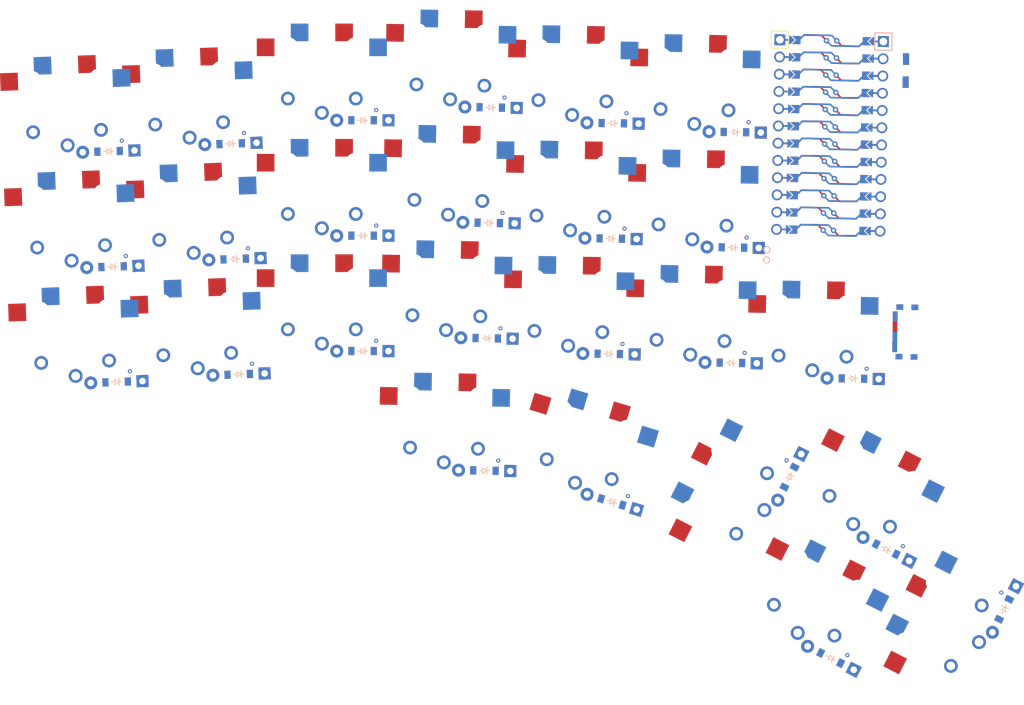
<source format=kicad_pcb>
(kicad_pcb (version 20171130) (host pcbnew 5.1.6)
  (title_block (title pcb_tilt_v1) (rev v1.0.0) (company Unknown))
  (layers (0 F.Cu signal) (31 B.Cu signal) (34 B.Paste user) (35 F.Paste user) (36 B.SilkS user) (37 F.SilkS user) (38 B.Mask user) (39 F.Mask user) (44 Edge.Cuts user))
  (net 0 "")
  (net 1 "P2")
  (net 2 "D2")
  (net 3 "P4")
  (net 4 "P0")
  (net 5 "D3")
  (net 6 "P1")
  (net 7 "D4")
  (net 8 "D6")
  (net 9 "P5")
  (net 10 "D7")
  (net 11 "D8")
  (net 12 "D10")
  (net 13 "P6")
  (net 14 "D11")
  (net 15 "D12")
  (net 16 "P3")
  (net 17 "D13")
  (net 18 "P7")
  (net 19 "D14")
  (net 20 "D15")
  (net 21 "D16")
  (net 22 "D17")
  (net 23 "P8")
  (net 24 "D18")
  (net 25 "D19")
  (net 26 "D20")
  (net 27 "D21")
  (net 28 "P9")
  (net 29 "D22")
  (net 30 "D23")
  (net 31 "D24")
  (net 32 "D26")
  (net 33 "P10")
  (net 34 "D25")
  (net 35 "D27")
  (net 36 "RAW")
  (net 37 "GND")
  (net 38 "RST")
  (net 39 "VCC")
  (net 40 "P21")
  (net 41 "P20")
  (net 42 "P19")
  (net 43 "P18")
  (net 44 "P15")
  (net 45 "P14")
  (net 46 "P16")
  (net 47 "pos")
  (module PG1350 (layer F.Cu) (at -0.5932914 -16.9896441 182)
    (fp_text reference "S1" hide)
    (fp_text value "" hide)
    (pad "" np_thru_hole circle (at 0 0) (size 3.429 3.429) (drill 3.429) (layers *.Cu *.Mask))
    (pad "" np_thru_hole circle (at 5.5 0) (size 1.7018 1.7018) (drill 1.7018) (layers *.Cu *.Mask))
    (pad "" np_thru_hole circle (at -5.5 0) (size 1.7018 1.7018) (drill 1.7018) (layers *.Cu *.Mask))
    (pad 1 thru_hole circle (at 5 -3.8) (size 2.032 2.032) (drill 1.27) (layers *.Cu *.Mask) (net 1 "P2"))
    (pad 2 thru_hole circle (at 0 -5.9) (size 2.032 2.032) (drill 1.27) (layers *.Cu *.Mask) (net 2 "D2"))
    (pad 1 thru_hole circle (at -5 -3.8) (size 2.032 2.032) (drill 1.27) (layers *.Cu *.Mask) (net 1 "P2"))
    (pad 2 thru_hole circle (at -0 -5.9) (size 2.032 2.032) (drill 1.27) (layers *.Cu *.Mask) (net 2 "D2"))
  )
  (module PG1350 (layer F.Cu) (at -0.5932914 -16.9896441 2)
    (fp_text reference "S2" hide)
    (fp_text value "" hide)
    (pad "" np_thru_hole circle (at 0 0) (size 3.429 3.429) (drill 3.429) (layers *.Cu *.Mask))
    (pad "" np_thru_hole circle (at 5.5 0) (size 1.7018 1.7018) (drill 1.7018) (layers *.Cu *.Mask))
    (pad "" np_thru_hole circle (at -5.5 0) (size 1.7018 1.7018) (drill 1.7018) (layers *.Cu *.Mask))
    (pad "" np_thru_hole circle (at 5 -3.75) (size 3 3) (drill 3) (layers *.Cu *.Mask))
    (pad "" np_thru_hole circle (at 0 -5.95) (size 3 3) (drill 3) (layers *.Cu *.Mask))
    (pad 1 smd rect (at -3.275 -5.95 2) (size 2.6 2.6) (layers B.Cu B.Paste B.Mask) (net 1 "P2"))
    (pad 2 smd rect (at 8.275 -3.75 2) (size 2.6 2.6) (layers B.Cu B.Paste B.Mask) (net 2 "D2"))
    (pad "" np_thru_hole circle (at -5 -3.75) (size 3 3) (drill 3) (layers *.Cu *.Mask))
    (pad "" np_thru_hole circle (at 0 -5.95) (size 3 3) (drill 3) (layers *.Cu *.Mask))
    (pad 1 smd rect (at 3.275 -5.95 2) (size 2.6 2.6) (layers F.Cu F.Paste F.Mask) (net 1 "P2"))
    (pad 2 smd rect (at -8.275 -3.75 2) (size 2.6 2.6) (layers F.Cu F.Paste F.Mask) (net 2 "D2"))
  )
  (module ComboDiode (layer F.Cu) (at 5.64735 -10.2033053 182)
    (fp_text reference "D1" hide)
    (fp_text value "" hide)
    (pad 1 smd rect (at -1.65 0 182) (size 0.9 1.2) (layers F.Cu F.Paste F.Mask) (net 3 "P4"))
    (pad 2 smd rect (at 1.65 0 182) (size 0.9 1.2) (layers B.Cu B.Paste B.Mask) (net 2 "D2"))
    (pad 1 smd rect (at -1.65 0 182) (size 0.9 1.2) (layers B.Cu B.Paste B.Mask) (net 3 "P4"))
    (pad 2 smd rect (at 1.65 0 182) (size 0.9 1.2) (layers F.Cu F.Paste F.Mask) (net 2 "D2"))
    (pad 1 thru_hole circle (at 3.81 0 182) (size 1.905 1.905) (drill 0.9906) (layers *.Cu *.Mask) (net 2 "D2"))
    (pad 2 thru_hole rect (at -3.81 0 182) (size 1.778 1.778) (drill 0.9906) (layers *.Cu *.Mask) (net 3 "P4"))
  )
  (module VIA-0.6mm (layer F.Cu) (at 7.5937824 -11.7721905 2)
    (fp_text reference REF** hide)
    (fp_text value VIA-0.6mm hide)
    (pad 1 thru_hole circle (at 0 0) (size 0.6 0.6) (drill 0.3) (layers *.Cu) (net 3 "P4"))
  )
  (module PG1350 (layer F.Cu) (at -1.1865829 -33.9792881 182)
    (fp_text reference "S3" hide)
    (fp_text value "" hide)
    (pad "" np_thru_hole circle (at 0 0) (size 3.429 3.429) (drill 3.429) (layers *.Cu *.Mask))
    (pad "" np_thru_hole circle (at 5.5 0) (size 1.7018 1.7018) (drill 1.7018) (layers *.Cu *.Mask))
    (pad "" np_thru_hole circle (at -5.5 0) (size 1.7018 1.7018) (drill 1.7018) (layers *.Cu *.Mask))
    (pad 1 thru_hole circle (at 5 -3.8) (size 2.032 2.032) (drill 1.27) (layers *.Cu *.Mask) (net 4 "P0"))
    (pad 2 thru_hole circle (at 0 -5.9) (size 2.032 2.032) (drill 1.27) (layers *.Cu *.Mask) (net 5 "D3"))
    (pad 1 thru_hole circle (at -5 -3.8) (size 2.032 2.032) (drill 1.27) (layers *.Cu *.Mask) (net 4 "P0"))
    (pad 2 thru_hole circle (at -0 -5.9) (size 2.032 2.032) (drill 1.27) (layers *.Cu *.Mask) (net 5 "D3"))
  )
  (module PG1350 (layer F.Cu) (at -1.1865829 -33.9792881 2)
    (fp_text reference "S4" hide)
    (fp_text value "" hide)
    (pad "" np_thru_hole circle (at 0 0) (size 3.429 3.429) (drill 3.429) (layers *.Cu *.Mask))
    (pad "" np_thru_hole circle (at 5.5 0) (size 1.7018 1.7018) (drill 1.7018) (layers *.Cu *.Mask))
    (pad "" np_thru_hole circle (at -5.5 0) (size 1.7018 1.7018) (drill 1.7018) (layers *.Cu *.Mask))
    (pad "" np_thru_hole circle (at 5 -3.75) (size 3 3) (drill 3) (layers *.Cu *.Mask))
    (pad "" np_thru_hole circle (at 0 -5.95) (size 3 3) (drill 3) (layers *.Cu *.Mask))
    (pad 1 smd rect (at -3.275 -5.95 2) (size 2.6 2.6) (layers B.Cu B.Paste B.Mask) (net 4 "P0"))
    (pad 2 smd rect (at 8.275 -3.75 2) (size 2.6 2.6) (layers B.Cu B.Paste B.Mask) (net 5 "D3"))
    (pad "" np_thru_hole circle (at -5 -3.75) (size 3 3) (drill 3) (layers *.Cu *.Mask))
    (pad "" np_thru_hole circle (at 0 -5.95) (size 3 3) (drill 3) (layers *.Cu *.Mask))
    (pad 1 smd rect (at 3.275 -5.95 2) (size 2.6 2.6) (layers F.Cu F.Paste F.Mask) (net 4 "P0"))
    (pad 2 smd rect (at -8.275 -3.75 2) (size 2.6 2.6) (layers F.Cu F.Paste F.Mask) (net 5 "D3"))
  )
  (module ComboDiode (layer F.Cu) (at 5.0540585 -27.1929493 182)
    (fp_text reference "D2" hide)
    (fp_text value "" hide)
    (pad 1 smd rect (at -1.65 0 182) (size 0.9 1.2) (layers F.Cu F.Paste F.Mask) (net 3 "P4"))
    (pad 2 smd rect (at 1.65 0 182) (size 0.9 1.2) (layers B.Cu B.Paste B.Mask) (net 5 "D3"))
    (pad 1 smd rect (at -1.65 0 182) (size 0.9 1.2) (layers B.Cu B.Paste B.Mask) (net 3 "P4"))
    (pad 2 smd rect (at 1.65 0 182) (size 0.9 1.2) (layers F.Cu F.Paste F.Mask) (net 5 "D3"))
    (pad 1 thru_hole circle (at 3.81 0 182) (size 1.905 1.905) (drill 0.9906) (layers *.Cu *.Mask) (net 5 "D3"))
    (pad 2 thru_hole rect (at -3.81 0 182) (size 1.778 1.778) (drill 0.9906) (layers *.Cu *.Mask) (net 3 "P4"))
  )
  (module VIA-0.6mm (layer F.Cu) (at 7.0004909 -28.7618345 2)
    (fp_text reference REF** hide)
    (fp_text value VIA-0.6mm hide)
    (pad 1 thru_hole circle (at 0 0) (size 0.6 0.6) (drill 0.3) (layers *.Cu) (net 3 "P4"))
  )
  (module PG1350 (layer F.Cu) (at -1.7798743 -50.9689322 182)
    (fp_text reference "S5" hide)
    (fp_text value "" hide)
    (pad "" np_thru_hole circle (at 0 0) (size 3.429 3.429) (drill 3.429) (layers *.Cu *.Mask))
    (pad "" np_thru_hole circle (at 5.5 0) (size 1.7018 1.7018) (drill 1.7018) (layers *.Cu *.Mask))
    (pad "" np_thru_hole circle (at -5.5 0) (size 1.7018 1.7018) (drill 1.7018) (layers *.Cu *.Mask))
    (pad 1 thru_hole circle (at 5 -3.8) (size 2.032 2.032) (drill 1.27) (layers *.Cu *.Mask) (net 6 "P1"))
    (pad 2 thru_hole circle (at 0 -5.9) (size 2.032 2.032) (drill 1.27) (layers *.Cu *.Mask) (net 7 "D4"))
    (pad 1 thru_hole circle (at -5 -3.8) (size 2.032 2.032) (drill 1.27) (layers *.Cu *.Mask) (net 6 "P1"))
    (pad 2 thru_hole circle (at -0 -5.9) (size 2.032 2.032) (drill 1.27) (layers *.Cu *.Mask) (net 7 "D4"))
  )
  (module PG1350 (layer F.Cu) (at -1.7798743 -50.9689322 2)
    (fp_text reference "S6" hide)
    (fp_text value "" hide)
    (pad "" np_thru_hole circle (at 0 0) (size 3.429 3.429) (drill 3.429) (layers *.Cu *.Mask))
    (pad "" np_thru_hole circle (at 5.5 0) (size 1.7018 1.7018) (drill 1.7018) (layers *.Cu *.Mask))
    (pad "" np_thru_hole circle (at -5.5 0) (size 1.7018 1.7018) (drill 1.7018) (layers *.Cu *.Mask))
    (pad "" np_thru_hole circle (at 5 -3.75) (size 3 3) (drill 3) (layers *.Cu *.Mask))
    (pad "" np_thru_hole circle (at 0 -5.95) (size 3 3) (drill 3) (layers *.Cu *.Mask))
    (pad 1 smd rect (at -3.275 -5.95 2) (size 2.6 2.6) (layers B.Cu B.Paste B.Mask) (net 6 "P1"))
    (pad 2 smd rect (at 8.275 -3.75 2) (size 2.6 2.6) (layers B.Cu B.Paste B.Mask) (net 7 "D4"))
    (pad "" np_thru_hole circle (at -5 -3.75) (size 3 3) (drill 3) (layers *.Cu *.Mask))
    (pad "" np_thru_hole circle (at 0 -5.95) (size 3 3) (drill 3) (layers *.Cu *.Mask))
    (pad 1 smd rect (at 3.275 -5.95 2) (size 2.6 2.6) (layers F.Cu F.Paste F.Mask) (net 6 "P1"))
    (pad 2 smd rect (at -8.275 -3.75 2) (size 2.6 2.6) (layers F.Cu F.Paste F.Mask) (net 7 "D4"))
  )
  (module ComboDiode (layer F.Cu) (at 4.4607671 -44.182593399999995 182)
    (fp_text reference "D3" hide)
    (fp_text value "" hide)
    (pad 1 smd rect (at -1.65 0 182) (size 0.9 1.2) (layers F.Cu F.Paste F.Mask) (net 3 "P4"))
    (pad 2 smd rect (at 1.65 0 182) (size 0.9 1.2) (layers B.Cu B.Paste B.Mask) (net 7 "D4"))
    (pad 1 smd rect (at -1.65 0 182) (size 0.9 1.2) (layers B.Cu B.Paste B.Mask) (net 3 "P4"))
    (pad 2 smd rect (at 1.65 0 182) (size 0.9 1.2) (layers F.Cu F.Paste F.Mask) (net 7 "D4"))
    (pad 1 thru_hole circle (at 3.81 0 182) (size 1.905 1.905) (drill 0.9906) (layers *.Cu *.Mask) (net 7 "D4"))
    (pad 2 thru_hole rect (at -3.81 0 182) (size 1.778 1.778) (drill 0.9906) (layers *.Cu *.Mask) (net 3 "P4"))
  )
  (module VIA-0.6mm (layer F.Cu) (at 6.407199500000001 -45.7514786 2)
    (fp_text reference REF** hide)
    (fp_text value VIA-0.6mm hide)
    (pad 1 thru_hole circle (at 0 0) (size 0.6 0.6) (drill 0.3) (layers *.Cu) (net 3 "P4"))
  )
  (module PG1350 (layer F.Cu) (at 17.3782937 -18.1175304 182)
    (fp_text reference "S7" hide)
    (fp_text value "" hide)
    (pad "" np_thru_hole circle (at 0 0) (size 3.429 3.429) (drill 3.429) (layers *.Cu *.Mask))
    (pad "" np_thru_hole circle (at 5.5 0) (size 1.7018 1.7018) (drill 1.7018) (layers *.Cu *.Mask))
    (pad "" np_thru_hole circle (at -5.5 0) (size 1.7018 1.7018) (drill 1.7018) (layers *.Cu *.Mask))
    (pad 1 thru_hole circle (at 5 -3.8) (size 2.032 2.032) (drill 1.27) (layers *.Cu *.Mask) (net 1 "P2"))
    (pad 2 thru_hole circle (at 0 -5.9) (size 2.032 2.032) (drill 1.27) (layers *.Cu *.Mask) (net 8 "D6"))
    (pad 1 thru_hole circle (at -5 -3.8) (size 2.032 2.032) (drill 1.27) (layers *.Cu *.Mask) (net 1 "P2"))
    (pad 2 thru_hole circle (at -0 -5.9) (size 2.032 2.032) (drill 1.27) (layers *.Cu *.Mask) (net 8 "D6"))
  )
  (module PG1350 (layer F.Cu) (at 17.3782937 -18.1175304 2)
    (fp_text reference "S8" hide)
    (fp_text value "" hide)
    (pad "" np_thru_hole circle (at 0 0) (size 3.429 3.429) (drill 3.429) (layers *.Cu *.Mask))
    (pad "" np_thru_hole circle (at 5.5 0) (size 1.7018 1.7018) (drill 1.7018) (layers *.Cu *.Mask))
    (pad "" np_thru_hole circle (at -5.5 0) (size 1.7018 1.7018) (drill 1.7018) (layers *.Cu *.Mask))
    (pad "" np_thru_hole circle (at 5 -3.75) (size 3 3) (drill 3) (layers *.Cu *.Mask))
    (pad "" np_thru_hole circle (at 0 -5.95) (size 3 3) (drill 3) (layers *.Cu *.Mask))
    (pad 1 smd rect (at -3.275 -5.95 2) (size 2.6 2.6) (layers B.Cu B.Paste B.Mask) (net 1 "P2"))
    (pad 2 smd rect (at 8.275 -3.75 2) (size 2.6 2.6) (layers B.Cu B.Paste B.Mask) (net 8 "D6"))
    (pad "" np_thru_hole circle (at -5 -3.75) (size 3 3) (drill 3) (layers *.Cu *.Mask))
    (pad "" np_thru_hole circle (at 0 -5.95) (size 3 3) (drill 3) (layers *.Cu *.Mask))
    (pad 1 smd rect (at 3.275 -5.95 2) (size 2.6 2.6) (layers F.Cu F.Paste F.Mask) (net 1 "P2"))
    (pad 2 smd rect (at -8.275 -3.75 2) (size 2.6 2.6) (layers F.Cu F.Paste F.Mask) (net 8 "D6"))
  )
  (module ComboDiode (layer F.Cu) (at 23.6189351 -11.3311916 182)
    (fp_text reference "D4" hide)
    (fp_text value "" hide)
    (pad 1 smd rect (at -1.65 0 182) (size 0.9 1.2) (layers F.Cu F.Paste F.Mask) (net 9 "P5"))
    (pad 2 smd rect (at 1.65 0 182) (size 0.9 1.2) (layers B.Cu B.Paste B.Mask) (net 8 "D6"))
    (pad 1 smd rect (at -1.65 0 182) (size 0.9 1.2) (layers B.Cu B.Paste B.Mask) (net 9 "P5"))
    (pad 2 smd rect (at 1.65 0 182) (size 0.9 1.2) (layers F.Cu F.Paste F.Mask) (net 8 "D6"))
    (pad 1 thru_hole circle (at 3.81 0 182) (size 1.905 1.905) (drill 0.9906) (layers *.Cu *.Mask) (net 8 "D6"))
    (pad 2 thru_hole rect (at -3.81 0 182) (size 1.778 1.778) (drill 0.9906) (layers *.Cu *.Mask) (net 9 "P5"))
  )
  (module VIA-0.6mm (layer F.Cu) (at 25.5653675 -12.9000768 2)
    (fp_text reference REF** hide)
    (fp_text value VIA-0.6mm hide)
    (pad 1 thru_hole circle (at 0 0) (size 0.6 0.6) (drill 0.3) (layers *.Cu) (net 9 "P5"))
  )
  (module PG1350 (layer F.Cu) (at 16.7850023 -35.1071745 182)
    (fp_text reference "S9" hide)
    (fp_text value "" hide)
    (pad "" np_thru_hole circle (at 0 0) (size 3.429 3.429) (drill 3.429) (layers *.Cu *.Mask))
    (pad "" np_thru_hole circle (at 5.5 0) (size 1.7018 1.7018) (drill 1.7018) (layers *.Cu *.Mask))
    (pad "" np_thru_hole circle (at -5.5 0) (size 1.7018 1.7018) (drill 1.7018) (layers *.Cu *.Mask))
    (pad 1 thru_hole circle (at 5 -3.8) (size 2.032 2.032) (drill 1.27) (layers *.Cu *.Mask) (net 4 "P0"))
    (pad 2 thru_hole circle (at 0 -5.9) (size 2.032 2.032) (drill 1.27) (layers *.Cu *.Mask) (net 10 "D7"))
    (pad 1 thru_hole circle (at -5 -3.8) (size 2.032 2.032) (drill 1.27) (layers *.Cu *.Mask) (net 4 "P0"))
    (pad 2 thru_hole circle (at -0 -5.9) (size 2.032 2.032) (drill 1.27) (layers *.Cu *.Mask) (net 10 "D7"))
  )
  (module PG1350 (layer F.Cu) (at 16.7850023 -35.1071745 2)
    (fp_text reference "S10" hide)
    (fp_text value "" hide)
    (pad "" np_thru_hole circle (at 0 0) (size 3.429 3.429) (drill 3.429) (layers *.Cu *.Mask))
    (pad "" np_thru_hole circle (at 5.5 0) (size 1.7018 1.7018) (drill 1.7018) (layers *.Cu *.Mask))
    (pad "" np_thru_hole circle (at -5.5 0) (size 1.7018 1.7018) (drill 1.7018) (layers *.Cu *.Mask))
    (pad "" np_thru_hole circle (at 5 -3.75) (size 3 3) (drill 3) (layers *.Cu *.Mask))
    (pad "" np_thru_hole circle (at 0 -5.95) (size 3 3) (drill 3) (layers *.Cu *.Mask))
    (pad 1 smd rect (at -3.275 -5.95 2) (size 2.6 2.6) (layers B.Cu B.Paste B.Mask) (net 4 "P0"))
    (pad 2 smd rect (at 8.275 -3.75 2) (size 2.6 2.6) (layers B.Cu B.Paste B.Mask) (net 10 "D7"))
    (pad "" np_thru_hole circle (at -5 -3.75) (size 3 3) (drill 3) (layers *.Cu *.Mask))
    (pad "" np_thru_hole circle (at 0 -5.95) (size 3 3) (drill 3) (layers *.Cu *.Mask))
    (pad 1 smd rect (at 3.275 -5.95 2) (size 2.6 2.6) (layers F.Cu F.Paste F.Mask) (net 4 "P0"))
    (pad 2 smd rect (at -8.275 -3.75 2) (size 2.6 2.6) (layers F.Cu F.Paste F.Mask) (net 10 "D7"))
  )
  (module ComboDiode (layer F.Cu) (at 23.0256437 -28.3208357 182)
    (fp_text reference "D5" hide)
    (fp_text value "" hide)
    (pad 1 smd rect (at -1.65 0 182) (size 0.9 1.2) (layers F.Cu F.Paste F.Mask) (net 9 "P5"))
    (pad 2 smd rect (at 1.65 0 182) (size 0.9 1.2) (layers B.Cu B.Paste B.Mask) (net 10 "D7"))
    (pad 1 smd rect (at -1.65 0 182) (size 0.9 1.2) (layers B.Cu B.Paste B.Mask) (net 9 "P5"))
    (pad 2 smd rect (at 1.65 0 182) (size 0.9 1.2) (layers F.Cu F.Paste F.Mask) (net 10 "D7"))
    (pad 1 thru_hole circle (at 3.81 0 182) (size 1.905 1.905) (drill 0.9906) (layers *.Cu *.Mask) (net 10 "D7"))
    (pad 2 thru_hole rect (at -3.81 0 182) (size 1.778 1.778) (drill 0.9906) (layers *.Cu *.Mask) (net 9 "P5"))
  )
  (module VIA-0.6mm (layer F.Cu) (at 24.9720761 -29.8897209 2)
    (fp_text reference REF** hide)
    (fp_text value VIA-0.6mm hide)
    (pad 1 thru_hole circle (at 0 0) (size 0.6 0.6) (drill 0.3) (layers *.Cu) (net 9 "P5"))
  )
  (module PG1350 (layer F.Cu) (at 16.1917108 -52.0968185 182)
    (fp_text reference "S11" hide)
    (fp_text value "" hide)
    (pad "" np_thru_hole circle (at 0 0) (size 3.429 3.429) (drill 3.429) (layers *.Cu *.Mask))
    (pad "" np_thru_hole circle (at 5.5 0) (size 1.7018 1.7018) (drill 1.7018) (layers *.Cu *.Mask))
    (pad "" np_thru_hole circle (at -5.5 0) (size 1.7018 1.7018) (drill 1.7018) (layers *.Cu *.Mask))
    (pad 1 thru_hole circle (at 5 -3.8) (size 2.032 2.032) (drill 1.27) (layers *.Cu *.Mask) (net 6 "P1"))
    (pad 2 thru_hole circle (at 0 -5.9) (size 2.032 2.032) (drill 1.27) (layers *.Cu *.Mask) (net 11 "D8"))
    (pad 1 thru_hole circle (at -5 -3.8) (size 2.032 2.032) (drill 1.27) (layers *.Cu *.Mask) (net 6 "P1"))
    (pad 2 thru_hole circle (at -0 -5.9) (size 2.032 2.032) (drill 1.27) (layers *.Cu *.Mask) (net 11 "D8"))
  )
  (module PG1350 (layer F.Cu) (at 16.1917108 -52.0968185 2)
    (fp_text reference "S12" hide)
    (fp_text value "" hide)
    (pad "" np_thru_hole circle (at 0 0) (size 3.429 3.429) (drill 3.429) (layers *.Cu *.Mask))
    (pad "" np_thru_hole circle (at 5.5 0) (size 1.7018 1.7018) (drill 1.7018) (layers *.Cu *.Mask))
    (pad "" np_thru_hole circle (at -5.5 0) (size 1.7018 1.7018) (drill 1.7018) (layers *.Cu *.Mask))
    (pad "" np_thru_hole circle (at 5 -3.75) (size 3 3) (drill 3) (layers *.Cu *.Mask))
    (pad "" np_thru_hole circle (at 0 -5.95) (size 3 3) (drill 3) (layers *.Cu *.Mask))
    (pad 1 smd rect (at -3.275 -5.95 2) (size 2.6 2.6) (layers B.Cu B.Paste B.Mask) (net 6 "P1"))
    (pad 2 smd rect (at 8.275 -3.75 2) (size 2.6 2.6) (layers B.Cu B.Paste B.Mask) (net 11 "D8"))
    (pad "" np_thru_hole circle (at -5 -3.75) (size 3 3) (drill 3) (layers *.Cu *.Mask))
    (pad "" np_thru_hole circle (at 0 -5.95) (size 3 3) (drill 3) (layers *.Cu *.Mask))
    (pad 1 smd rect (at 3.275 -5.95 2) (size 2.6 2.6) (layers F.Cu F.Paste F.Mask) (net 6 "P1"))
    (pad 2 smd rect (at -8.275 -3.75 2) (size 2.6 2.6) (layers F.Cu F.Paste F.Mask) (net 11 "D8"))
  )
  (module ComboDiode (layer F.Cu) (at 22.4323522 -45.310479699999995 182)
    (fp_text reference "D6" hide)
    (fp_text value "" hide)
    (pad 1 smd rect (at -1.65 0 182) (size 0.9 1.2) (layers F.Cu F.Paste F.Mask) (net 9 "P5"))
    (pad 2 smd rect (at 1.65 0 182) (size 0.9 1.2) (layers B.Cu B.Paste B.Mask) (net 11 "D8"))
    (pad 1 smd rect (at -1.65 0 182) (size 0.9 1.2) (layers B.Cu B.Paste B.Mask) (net 9 "P5"))
    (pad 2 smd rect (at 1.65 0 182) (size 0.9 1.2) (layers F.Cu F.Paste F.Mask) (net 11 "D8"))
    (pad 1 thru_hole circle (at 3.81 0 182) (size 1.905 1.905) (drill 0.9906) (layers *.Cu *.Mask) (net 11 "D8"))
    (pad 2 thru_hole rect (at -3.81 0 182) (size 1.778 1.778) (drill 0.9906) (layers *.Cu *.Mask) (net 9 "P5"))
  )
  (module VIA-0.6mm (layer F.Cu) (at 24.3787846 -46.8793649 2)
    (fp_text reference REF** hide)
    (fp_text value VIA-0.6mm hide)
    (pad 1 thru_hole circle (at 0 0) (size 0.6 0.6) (drill 0.3) (layers *.Cu) (net 9 "P5"))
  )
  (module PG1350 (layer F.Cu) (at 35.8559215 -21.7542497 180)
    (fp_text reference "S13" hide)
    (fp_text value "" hide)
    (pad "" np_thru_hole circle (at 0 0) (size 3.429 3.429) (drill 3.429) (layers *.Cu *.Mask))
    (pad "" np_thru_hole circle (at 5.5 0) (size 1.7018 1.7018) (drill 1.7018) (layers *.Cu *.Mask))
    (pad "" np_thru_hole circle (at -5.5 0) (size 1.7018 1.7018) (drill 1.7018) (layers *.Cu *.Mask))
    (pad 1 thru_hole circle (at 5 -3.8) (size 2.032 2.032) (drill 1.27) (layers *.Cu *.Mask) (net 1 "P2"))
    (pad 2 thru_hole circle (at 0 -5.9) (size 2.032 2.032) (drill 1.27) (layers *.Cu *.Mask) (net 12 "D10"))
    (pad 1 thru_hole circle (at -5 -3.8) (size 2.032 2.032) (drill 1.27) (layers *.Cu *.Mask) (net 1 "P2"))
    (pad 2 thru_hole circle (at -0 -5.9) (size 2.032 2.032) (drill 1.27) (layers *.Cu *.Mask) (net 12 "D10"))
  )
  (module PG1350 (layer F.Cu) (at 35.8559215 -21.7542497 0)
    (fp_text reference "S14" hide)
    (fp_text value "" hide)
    (pad "" np_thru_hole circle (at 0 0) (size 3.429 3.429) (drill 3.429) (layers *.Cu *.Mask))
    (pad "" np_thru_hole circle (at 5.5 0) (size 1.7018 1.7018) (drill 1.7018) (layers *.Cu *.Mask))
    (pad "" np_thru_hole circle (at -5.5 0) (size 1.7018 1.7018) (drill 1.7018) (layers *.Cu *.Mask))
    (pad "" np_thru_hole circle (at 5 -3.75) (size 3 3) (drill 3) (layers *.Cu *.Mask))
    (pad "" np_thru_hole circle (at 0 -5.95) (size 3 3) (drill 3) (layers *.Cu *.Mask))
    (pad 1 smd rect (at -3.275 -5.95 0) (size 2.6 2.6) (layers B.Cu B.Paste B.Mask) (net 1 "P2"))
    (pad 2 smd rect (at 8.275 -3.75 0) (size 2.6 2.6) (layers B.Cu B.Paste B.Mask) (net 12 "D10"))
    (pad "" np_thru_hole circle (at -5 -3.75) (size 3 3) (drill 3) (layers *.Cu *.Mask))
    (pad "" np_thru_hole circle (at 0 -5.95) (size 3 3) (drill 3) (layers *.Cu *.Mask))
    (pad 1 smd rect (at 3.275 -5.95 0) (size 2.6 2.6) (layers F.Cu F.Paste F.Mask) (net 1 "P2"))
    (pad 2 smd rect (at -8.275 -3.75 0) (size 2.6 2.6) (layers F.Cu F.Paste F.Mask) (net 12 "D10"))
  )
  (module ComboDiode (layer F.Cu) (at 41.8559215 -14.754249699999999 180)
    (fp_text reference "D7" hide)
    (fp_text value "" hide)
    (pad 1 smd rect (at -1.65 0 180) (size 0.9 1.2) (layers F.Cu F.Paste F.Mask) (net 13 "P6"))
    (pad 2 smd rect (at 1.65 0 180) (size 0.9 1.2) (layers B.Cu B.Paste B.Mask) (net 12 "D10"))
    (pad 1 smd rect (at -1.65 0 180) (size 0.9 1.2) (layers B.Cu B.Paste B.Mask) (net 13 "P6"))
    (pad 2 smd rect (at 1.65 0 180) (size 0.9 1.2) (layers F.Cu F.Paste F.Mask) (net 12 "D10"))
    (pad 1 thru_hole circle (at 3.81 0 180) (size 1.905 1.905) (drill 0.9906) (layers *.Cu *.Mask) (net 12 "D10"))
    (pad 2 thru_hole rect (at -3.81 0 180) (size 1.778 1.778) (drill 0.9906) (layers *.Cu *.Mask) (net 13 "P6"))
  )
  (module VIA-0.6mm (layer F.Cu) (at 43.8559215 -16.2542497 0)
    (fp_text reference REF** hide)
    (fp_text value VIA-0.6mm hide)
    (pad 1 thru_hole circle (at 0 0) (size 0.6 0.6) (drill 0.3) (layers *.Cu) (net 13 "P6"))
  )
  (module PG1350 (layer F.Cu) (at 35.8559215 -38.7542498 180)
    (fp_text reference "S15" hide)
    (fp_text value "" hide)
    (pad "" np_thru_hole circle (at 0 0) (size 3.429 3.429) (drill 3.429) (layers *.Cu *.Mask))
    (pad "" np_thru_hole circle (at 5.5 0) (size 1.7018 1.7018) (drill 1.7018) (layers *.Cu *.Mask))
    (pad "" np_thru_hole circle (at -5.5 0) (size 1.7018 1.7018) (drill 1.7018) (layers *.Cu *.Mask))
    (pad 1 thru_hole circle (at 5 -3.8) (size 2.032 2.032) (drill 1.27) (layers *.Cu *.Mask) (net 4 "P0"))
    (pad 2 thru_hole circle (at 0 -5.9) (size 2.032 2.032) (drill 1.27) (layers *.Cu *.Mask) (net 14 "D11"))
    (pad 1 thru_hole circle (at -5 -3.8) (size 2.032 2.032) (drill 1.27) (layers *.Cu *.Mask) (net 4 "P0"))
    (pad 2 thru_hole circle (at -0 -5.9) (size 2.032 2.032) (drill 1.27) (layers *.Cu *.Mask) (net 14 "D11"))
  )
  (module PG1350 (layer F.Cu) (at 35.8559215 -38.7542498 0)
    (fp_text reference "S16" hide)
    (fp_text value "" hide)
    (pad "" np_thru_hole circle (at 0 0) (size 3.429 3.429) (drill 3.429) (layers *.Cu *.Mask))
    (pad "" np_thru_hole circle (at 5.5 0) (size 1.7018 1.7018) (drill 1.7018) (layers *.Cu *.Mask))
    (pad "" np_thru_hole circle (at -5.5 0) (size 1.7018 1.7018) (drill 1.7018) (layers *.Cu *.Mask))
    (pad "" np_thru_hole circle (at 5 -3.75) (size 3 3) (drill 3) (layers *.Cu *.Mask))
    (pad "" np_thru_hole circle (at 0 -5.95) (size 3 3) (drill 3) (layers *.Cu *.Mask))
    (pad 1 smd rect (at -3.275 -5.95 0) (size 2.6 2.6) (layers B.Cu B.Paste B.Mask) (net 4 "P0"))
    (pad 2 smd rect (at 8.275 -3.75 0) (size 2.6 2.6) (layers B.Cu B.Paste B.Mask) (net 14 "D11"))
    (pad "" np_thru_hole circle (at -5 -3.75) (size 3 3) (drill 3) (layers *.Cu *.Mask))
    (pad "" np_thru_hole circle (at 0 -5.95) (size 3 3) (drill 3) (layers *.Cu *.Mask))
    (pad 1 smd rect (at 3.275 -5.95 0) (size 2.6 2.6) (layers F.Cu F.Paste F.Mask) (net 4 "P0"))
    (pad 2 smd rect (at -8.275 -3.75 0) (size 2.6 2.6) (layers F.Cu F.Paste F.Mask) (net 14 "D11"))
  )
  (module ComboDiode (layer F.Cu) (at 41.8559215 -31.754249799999997 180)
    (fp_text reference "D8" hide)
    (fp_text value "" hide)
    (pad 1 smd rect (at -1.65 0 180) (size 0.9 1.2) (layers F.Cu F.Paste F.Mask) (net 13 "P6"))
    (pad 2 smd rect (at 1.65 0 180) (size 0.9 1.2) (layers B.Cu B.Paste B.Mask) (net 14 "D11"))
    (pad 1 smd rect (at -1.65 0 180) (size 0.9 1.2) (layers B.Cu B.Paste B.Mask) (net 13 "P6"))
    (pad 2 smd rect (at 1.65 0 180) (size 0.9 1.2) (layers F.Cu F.Paste F.Mask) (net 14 "D11"))
    (pad 1 thru_hole circle (at 3.81 0 180) (size 1.905 1.905) (drill 0.9906) (layers *.Cu *.Mask) (net 14 "D11"))
    (pad 2 thru_hole rect (at -3.81 0 180) (size 1.778 1.778) (drill 0.9906) (layers *.Cu *.Mask) (net 13 "P6"))
  )
  (module VIA-0.6mm (layer F.Cu) (at 43.8559215 -33.2542498 0)
    (fp_text reference REF** hide)
    (fp_text value VIA-0.6mm hide)
    (pad 1 thru_hole circle (at 0 0) (size 0.6 0.6) (drill 0.3) (layers *.Cu) (net 13 "P6"))
  )
  (module PG1350 (layer F.Cu) (at 35.8559215 -55.7542498 180)
    (fp_text reference "S17" hide)
    (fp_text value "" hide)
    (pad "" np_thru_hole circle (at 0 0) (size 3.429 3.429) (drill 3.429) (layers *.Cu *.Mask))
    (pad "" np_thru_hole circle (at 5.5 0) (size 1.7018 1.7018) (drill 1.7018) (layers *.Cu *.Mask))
    (pad "" np_thru_hole circle (at -5.5 0) (size 1.7018 1.7018) (drill 1.7018) (layers *.Cu *.Mask))
    (pad 1 thru_hole circle (at 5 -3.8) (size 2.032 2.032) (drill 1.27) (layers *.Cu *.Mask) (net 6 "P1"))
    (pad 2 thru_hole circle (at 0 -5.9) (size 2.032 2.032) (drill 1.27) (layers *.Cu *.Mask) (net 15 "D12"))
    (pad 1 thru_hole circle (at -5 -3.8) (size 2.032 2.032) (drill 1.27) (layers *.Cu *.Mask) (net 6 "P1"))
    (pad 2 thru_hole circle (at -0 -5.9) (size 2.032 2.032) (drill 1.27) (layers *.Cu *.Mask) (net 15 "D12"))
  )
  (module PG1350 (layer F.Cu) (at 35.8559215 -55.7542498 0)
    (fp_text reference "S18" hide)
    (fp_text value "" hide)
    (pad "" np_thru_hole circle (at 0 0) (size 3.429 3.429) (drill 3.429) (layers *.Cu *.Mask))
    (pad "" np_thru_hole circle (at 5.5 0) (size 1.7018 1.7018) (drill 1.7018) (layers *.Cu *.Mask))
    (pad "" np_thru_hole circle (at -5.5 0) (size 1.7018 1.7018) (drill 1.7018) (layers *.Cu *.Mask))
    (pad "" np_thru_hole circle (at 5 -3.75) (size 3 3) (drill 3) (layers *.Cu *.Mask))
    (pad "" np_thru_hole circle (at 0 -5.95) (size 3 3) (drill 3) (layers *.Cu *.Mask))
    (pad 1 smd rect (at -3.275 -5.95 0) (size 2.6 2.6) (layers B.Cu B.Paste B.Mask) (net 6 "P1"))
    (pad 2 smd rect (at 8.275 -3.75 0) (size 2.6 2.6) (layers B.Cu B.Paste B.Mask) (net 15 "D12"))
    (pad "" np_thru_hole circle (at -5 -3.75) (size 3 3) (drill 3) (layers *.Cu *.Mask))
    (pad "" np_thru_hole circle (at 0 -5.95) (size 3 3) (drill 3) (layers *.Cu *.Mask))
    (pad 1 smd rect (at 3.275 -5.95 0) (size 2.6 2.6) (layers F.Cu F.Paste F.Mask) (net 6 "P1"))
    (pad 2 smd rect (at -8.275 -3.75 0) (size 2.6 2.6) (layers F.Cu F.Paste F.Mask) (net 15 "D12"))
  )
  (module ComboDiode (layer F.Cu) (at 41.8559215 -48.7542498 180)
    (fp_text reference "D9" hide)
    (fp_text value "" hide)
    (pad 1 smd rect (at -1.65 0 180) (size 0.9 1.2) (layers F.Cu F.Paste F.Mask) (net 13 "P6"))
    (pad 2 smd rect (at 1.65 0 180) (size 0.9 1.2) (layers B.Cu B.Paste B.Mask) (net 15 "D12"))
    (pad 1 smd rect (at -1.65 0 180) (size 0.9 1.2) (layers B.Cu B.Paste B.Mask) (net 13 "P6"))
    (pad 2 smd rect (at 1.65 0 180) (size 0.9 1.2) (layers F.Cu F.Paste F.Mask) (net 15 "D12"))
    (pad 1 thru_hole circle (at 3.81 0 180) (size 1.905 1.905) (drill 0.9906) (layers *.Cu *.Mask) (net 15 "D12"))
    (pad 2 thru_hole rect (at -3.81 0 180) (size 1.778 1.778) (drill 0.9906) (layers *.Cu *.Mask) (net 13 "P6"))
  )
  (module VIA-0.6mm (layer F.Cu) (at 43.8559215 -50.2542498 0)
    (fp_text reference REF** hide)
    (fp_text value VIA-0.6mm hide)
    (pad 1 thru_hole circle (at 0 0) (size 0.6 0.6) (drill 0.3) (layers *.Cu) (net 13 "P6"))
  )
  (module PG1350 (layer F.Cu) (at 53.912290500000005 -4.2546306000000005 179)
    (fp_text reference "S19" hide)
    (fp_text value "" hide)
    (pad "" np_thru_hole circle (at 0 0) (size 3.429 3.429) (drill 3.429) (layers *.Cu *.Mask))
    (pad "" np_thru_hole circle (at 5.5 0) (size 1.7018 1.7018) (drill 1.7018) (layers *.Cu *.Mask))
    (pad "" np_thru_hole circle (at -5.5 0) (size 1.7018 1.7018) (drill 1.7018) (layers *.Cu *.Mask))
    (pad 1 thru_hole circle (at 5 -3.8) (size 2.032 2.032) (drill 1.27) (layers *.Cu *.Mask) (net 16 "P3"))
    (pad 2 thru_hole circle (at 0 -5.9) (size 2.032 2.032) (drill 1.27) (layers *.Cu *.Mask) (net 17 "D13"))
    (pad 1 thru_hole circle (at -5 -3.8) (size 2.032 2.032) (drill 1.27) (layers *.Cu *.Mask) (net 16 "P3"))
    (pad 2 thru_hole circle (at -0 -5.9) (size 2.032 2.032) (drill 1.27) (layers *.Cu *.Mask) (net 17 "D13"))
  )
  (module PG1350 (layer F.Cu) (at 53.912290500000005 -4.2546306000000005 -1)
    (fp_text reference "S20" hide)
    (fp_text value "" hide)
    (pad "" np_thru_hole circle (at 0 0) (size 3.429 3.429) (drill 3.429) (layers *.Cu *.Mask))
    (pad "" np_thru_hole circle (at 5.5 0) (size 1.7018 1.7018) (drill 1.7018) (layers *.Cu *.Mask))
    (pad "" np_thru_hole circle (at -5.5 0) (size 1.7018 1.7018) (drill 1.7018) (layers *.Cu *.Mask))
    (pad "" np_thru_hole circle (at 5 -3.75) (size 3 3) (drill 3) (layers *.Cu *.Mask))
    (pad "" np_thru_hole circle (at 0 -5.95) (size 3 3) (drill 3) (layers *.Cu *.Mask))
    (pad 1 smd rect (at -3.275 -5.95 -1) (size 2.6 2.6) (layers B.Cu B.Paste B.Mask) (net 16 "P3"))
    (pad 2 smd rect (at 8.275 -3.75 -1) (size 2.6 2.6) (layers B.Cu B.Paste B.Mask) (net 17 "D13"))
    (pad "" np_thru_hole circle (at -5 -3.75) (size 3 3) (drill 3) (layers *.Cu *.Mask))
    (pad "" np_thru_hole circle (at 0 -5.95) (size 3 3) (drill 3) (layers *.Cu *.Mask))
    (pad 1 smd rect (at 3.275 -5.95 -1) (size 2.6 2.6) (layers F.Cu F.Paste F.Mask) (net 16 "P3"))
    (pad 2 smd rect (at -8.275 -3.75 -1) (size 2.6 2.6) (layers F.Cu F.Paste F.Mask) (net 17 "D13"))
  )
  (module ComboDiode (layer F.Cu) (at 59.7892098 2.849017699999999 179)
    (fp_text reference "D10" hide)
    (fp_text value "" hide)
    (pad 1 smd rect (at -1.65 0 179) (size 0.9 1.2) (layers F.Cu F.Paste F.Mask) (net 18 "P7"))
    (pad 2 smd rect (at 1.65 0 179) (size 0.9 1.2) (layers B.Cu B.Paste B.Mask) (net 17 "D13"))
    (pad 1 smd rect (at -1.65 0 179) (size 0.9 1.2) (layers B.Cu B.Paste B.Mask) (net 18 "P7"))
    (pad 2 smd rect (at 1.65 0 179) (size 0.9 1.2) (layers F.Cu F.Paste F.Mask) (net 17 "D13"))
    (pad 1 thru_hole circle (at 3.81 0 179) (size 1.905 1.905) (drill 0.9906) (layers *.Cu *.Mask) (net 17 "D13"))
    (pad 2 thru_hole rect (at -3.81 0 179) (size 1.778 1.778) (drill 0.9906) (layers *.Cu *.Mask) (net 18 "P7"))
  )
  (module VIA-0.6mm (layer F.Cu) (at 61.815083800000004 1.3841509999999992 -1)
    (fp_text reference REF** hide)
    (fp_text value VIA-0.6mm hide)
    (pad 1 thru_hole circle (at 0 0) (size 0.6 0.6) (drill 0.3) (layers *.Cu) (net 18 "P7"))
  )
  (module PG1350 (layer F.Cu) (at 54.252612500000005 -23.7516606 179)
    (fp_text reference "S21" hide)
    (fp_text value "" hide)
    (pad "" np_thru_hole circle (at 0 0) (size 3.429 3.429) (drill 3.429) (layers *.Cu *.Mask))
    (pad "" np_thru_hole circle (at 5.5 0) (size 1.7018 1.7018) (drill 1.7018) (layers *.Cu *.Mask))
    (pad "" np_thru_hole circle (at -5.5 0) (size 1.7018 1.7018) (drill 1.7018) (layers *.Cu *.Mask))
    (pad 1 thru_hole circle (at 5 -3.8) (size 2.032 2.032) (drill 1.27) (layers *.Cu *.Mask) (net 1 "P2"))
    (pad 2 thru_hole circle (at 0 -5.9) (size 2.032 2.032) (drill 1.27) (layers *.Cu *.Mask) (net 19 "D14"))
    (pad 1 thru_hole circle (at -5 -3.8) (size 2.032 2.032) (drill 1.27) (layers *.Cu *.Mask) (net 1 "P2"))
    (pad 2 thru_hole circle (at -0 -5.9) (size 2.032 2.032) (drill 1.27) (layers *.Cu *.Mask) (net 19 "D14"))
  )
  (module PG1350 (layer F.Cu) (at 54.252612500000005 -23.7516606 -1)
    (fp_text reference "S22" hide)
    (fp_text value "" hide)
    (pad "" np_thru_hole circle (at 0 0) (size 3.429 3.429) (drill 3.429) (layers *.Cu *.Mask))
    (pad "" np_thru_hole circle (at 5.5 0) (size 1.7018 1.7018) (drill 1.7018) (layers *.Cu *.Mask))
    (pad "" np_thru_hole circle (at -5.5 0) (size 1.7018 1.7018) (drill 1.7018) (layers *.Cu *.Mask))
    (pad "" np_thru_hole circle (at 5 -3.75) (size 3 3) (drill 3) (layers *.Cu *.Mask))
    (pad "" np_thru_hole circle (at 0 -5.95) (size 3 3) (drill 3) (layers *.Cu *.Mask))
    (pad 1 smd rect (at -3.275 -5.95 -1) (size 2.6 2.6) (layers B.Cu B.Paste B.Mask) (net 1 "P2"))
    (pad 2 smd rect (at 8.275 -3.75 -1) (size 2.6 2.6) (layers B.Cu B.Paste B.Mask) (net 19 "D14"))
    (pad "" np_thru_hole circle (at -5 -3.75) (size 3 3) (drill 3) (layers *.Cu *.Mask))
    (pad "" np_thru_hole circle (at 0 -5.95) (size 3 3) (drill 3) (layers *.Cu *.Mask))
    (pad 1 smd rect (at 3.275 -5.95 -1) (size 2.6 2.6) (layers F.Cu F.Paste F.Mask) (net 1 "P2"))
    (pad 2 smd rect (at -8.275 -3.75 -1) (size 2.6 2.6) (layers F.Cu F.Paste F.Mask) (net 19 "D14"))
  )
  (module ComboDiode (layer F.Cu) (at 60.1295318 -16.6480123 179)
    (fp_text reference "D11" hide)
    (fp_text value "" hide)
    (pad 1 smd rect (at -1.65 0 179) (size 0.9 1.2) (layers F.Cu F.Paste F.Mask) (net 18 "P7"))
    (pad 2 smd rect (at 1.65 0 179) (size 0.9 1.2) (layers B.Cu B.Paste B.Mask) (net 19 "D14"))
    (pad 1 smd rect (at -1.65 0 179) (size 0.9 1.2) (layers B.Cu B.Paste B.Mask) (net 18 "P7"))
    (pad 2 smd rect (at 1.65 0 179) (size 0.9 1.2) (layers F.Cu F.Paste F.Mask) (net 19 "D14"))
    (pad 1 thru_hole circle (at 3.81 0 179) (size 1.905 1.905) (drill 0.9906) (layers *.Cu *.Mask) (net 19 "D14"))
    (pad 2 thru_hole rect (at -3.81 0 179) (size 1.778 1.778) (drill 0.9906) (layers *.Cu *.Mask) (net 18 "P7"))
  )
  (module VIA-0.6mm (layer F.Cu) (at 62.155405800000004 -18.112879 -1)
    (fp_text reference REF** hide)
    (fp_text value VIA-0.6mm hide)
    (pad 1 thru_hole circle (at 0 0) (size 0.6 0.6) (drill 0.3) (layers *.Cu) (net 18 "P7"))
  )
  (module PG1350 (layer F.Cu) (at 54.549303300000005 -40.7490713 179)
    (fp_text reference "S23" hide)
    (fp_text value "" hide)
    (pad "" np_thru_hole circle (at 0 0) (size 3.429 3.429) (drill 3.429) (layers *.Cu *.Mask))
    (pad "" np_thru_hole circle (at 5.5 0) (size 1.7018 1.7018) (drill 1.7018) (layers *.Cu *.Mask))
    (pad "" np_thru_hole circle (at -5.5 0) (size 1.7018 1.7018) (drill 1.7018) (layers *.Cu *.Mask))
    (pad 1 thru_hole circle (at 5 -3.8) (size 2.032 2.032) (drill 1.27) (layers *.Cu *.Mask) (net 4 "P0"))
    (pad 2 thru_hole circle (at 0 -5.9) (size 2.032 2.032) (drill 1.27) (layers *.Cu *.Mask) (net 20 "D15"))
    (pad 1 thru_hole circle (at -5 -3.8) (size 2.032 2.032) (drill 1.27) (layers *.Cu *.Mask) (net 4 "P0"))
    (pad 2 thru_hole circle (at -0 -5.9) (size 2.032 2.032) (drill 1.27) (layers *.Cu *.Mask) (net 20 "D15"))
  )
  (module PG1350 (layer F.Cu) (at 54.549303300000005 -40.7490713 -1)
    (fp_text reference "S24" hide)
    (fp_text value "" hide)
    (pad "" np_thru_hole circle (at 0 0) (size 3.429 3.429) (drill 3.429) (layers *.Cu *.Mask))
    (pad "" np_thru_hole circle (at 5.5 0) (size 1.7018 1.7018) (drill 1.7018) (layers *.Cu *.Mask))
    (pad "" np_thru_hole circle (at -5.5 0) (size 1.7018 1.7018) (drill 1.7018) (layers *.Cu *.Mask))
    (pad "" np_thru_hole circle (at 5 -3.75) (size 3 3) (drill 3) (layers *.Cu *.Mask))
    (pad "" np_thru_hole circle (at 0 -5.95) (size 3 3) (drill 3) (layers *.Cu *.Mask))
    (pad 1 smd rect (at -3.275 -5.95 -1) (size 2.6 2.6) (layers B.Cu B.Paste B.Mask) (net 4 "P0"))
    (pad 2 smd rect (at 8.275 -3.75 -1) (size 2.6 2.6) (layers B.Cu B.Paste B.Mask) (net 20 "D15"))
    (pad "" np_thru_hole circle (at -5 -3.75) (size 3 3) (drill 3) (layers *.Cu *.Mask))
    (pad "" np_thru_hole circle (at 0 -5.95) (size 3 3) (drill 3) (layers *.Cu *.Mask))
    (pad 1 smd rect (at 3.275 -5.95 -1) (size 2.6 2.6) (layers F.Cu F.Paste F.Mask) (net 4 "P0"))
    (pad 2 smd rect (at -8.275 -3.75 -1) (size 2.6 2.6) (layers F.Cu F.Paste F.Mask) (net 20 "D15"))
  )
  (module ComboDiode (layer F.Cu) (at 60.4262226 -33.645422999999994 179)
    (fp_text reference "D12" hide)
    (fp_text value "" hide)
    (pad 1 smd rect (at -1.65 0 179) (size 0.9 1.2) (layers F.Cu F.Paste F.Mask) (net 18 "P7"))
    (pad 2 smd rect (at 1.65 0 179) (size 0.9 1.2) (layers B.Cu B.Paste B.Mask) (net 20 "D15"))
    (pad 1 smd rect (at -1.65 0 179) (size 0.9 1.2) (layers B.Cu B.Paste B.Mask) (net 18 "P7"))
    (pad 2 smd rect (at 1.65 0 179) (size 0.9 1.2) (layers F.Cu F.Paste F.Mask) (net 20 "D15"))
    (pad 1 thru_hole circle (at 3.81 0 179) (size 1.905 1.905) (drill 0.9906) (layers *.Cu *.Mask) (net 20 "D15"))
    (pad 2 thru_hole rect (at -3.81 0 179) (size 1.778 1.778) (drill 0.9906) (layers *.Cu *.Mask) (net 18 "P7"))
  )
  (module VIA-0.6mm (layer F.Cu) (at 62.452096600000004 -35.110289699999996 -1)
    (fp_text reference REF** hide)
    (fp_text value VIA-0.6mm hide)
    (pad 1 thru_hole circle (at 0 0) (size 0.6 0.6) (drill 0.3) (layers *.Cu) (net 18 "P7"))
  )
  (module PG1350 (layer F.Cu) (at 54.8459943 -57.7464823 179)
    (fp_text reference "S25" hide)
    (fp_text value "" hide)
    (pad "" np_thru_hole circle (at 0 0) (size 3.429 3.429) (drill 3.429) (layers *.Cu *.Mask))
    (pad "" np_thru_hole circle (at 5.5 0) (size 1.7018 1.7018) (drill 1.7018) (layers *.Cu *.Mask))
    (pad "" np_thru_hole circle (at -5.5 0) (size 1.7018 1.7018) (drill 1.7018) (layers *.Cu *.Mask))
    (pad 1 thru_hole circle (at 5 -3.8) (size 2.032 2.032) (drill 1.27) (layers *.Cu *.Mask) (net 6 "P1"))
    (pad 2 thru_hole circle (at 0 -5.9) (size 2.032 2.032) (drill 1.27) (layers *.Cu *.Mask) (net 21 "D16"))
    (pad 1 thru_hole circle (at -5 -3.8) (size 2.032 2.032) (drill 1.27) (layers *.Cu *.Mask) (net 6 "P1"))
    (pad 2 thru_hole circle (at -0 -5.9) (size 2.032 2.032) (drill 1.27) (layers *.Cu *.Mask) (net 21 "D16"))
  )
  (module PG1350 (layer F.Cu) (at 54.8459943 -57.7464823 -1)
    (fp_text reference "S26" hide)
    (fp_text value "" hide)
    (pad "" np_thru_hole circle (at 0 0) (size 3.429 3.429) (drill 3.429) (layers *.Cu *.Mask))
    (pad "" np_thru_hole circle (at 5.5 0) (size 1.7018 1.7018) (drill 1.7018) (layers *.Cu *.Mask))
    (pad "" np_thru_hole circle (at -5.5 0) (size 1.7018 1.7018) (drill 1.7018) (layers *.Cu *.Mask))
    (pad "" np_thru_hole circle (at 5 -3.75) (size 3 3) (drill 3) (layers *.Cu *.Mask))
    (pad "" np_thru_hole circle (at 0 -5.95) (size 3 3) (drill 3) (layers *.Cu *.Mask))
    (pad 1 smd rect (at -3.275 -5.95 -1) (size 2.6 2.6) (layers B.Cu B.Paste B.Mask) (net 6 "P1"))
    (pad 2 smd rect (at 8.275 -3.75 -1) (size 2.6 2.6) (layers B.Cu B.Paste B.Mask) (net 21 "D16"))
    (pad "" np_thru_hole circle (at -5 -3.75) (size 3 3) (drill 3) (layers *.Cu *.Mask))
    (pad "" np_thru_hole circle (at 0 -5.95) (size 3 3) (drill 3) (layers *.Cu *.Mask))
    (pad 1 smd rect (at 3.275 -5.95 -1) (size 2.6 2.6) (layers F.Cu F.Paste F.Mask) (net 6 "P1"))
    (pad 2 smd rect (at -8.275 -3.75 -1) (size 2.6 2.6) (layers F.Cu F.Paste F.Mask) (net 21 "D16"))
  )
  (module ComboDiode (layer F.Cu) (at 60.7229136 -50.64283399999999 179)
    (fp_text reference "D13" hide)
    (fp_text value "" hide)
    (pad 1 smd rect (at -1.65 0 179) (size 0.9 1.2) (layers F.Cu F.Paste F.Mask) (net 18 "P7"))
    (pad 2 smd rect (at 1.65 0 179) (size 0.9 1.2) (layers B.Cu B.Paste B.Mask) (net 21 "D16"))
    (pad 1 smd rect (at -1.65 0 179) (size 0.9 1.2) (layers B.Cu B.Paste B.Mask) (net 18 "P7"))
    (pad 2 smd rect (at 1.65 0 179) (size 0.9 1.2) (layers F.Cu F.Paste F.Mask) (net 21 "D16"))
    (pad 1 thru_hole circle (at 3.81 0 179) (size 1.905 1.905) (drill 0.9906) (layers *.Cu *.Mask) (net 21 "D16"))
    (pad 2 thru_hole rect (at -3.81 0 179) (size 1.778 1.778) (drill 0.9906) (layers *.Cu *.Mask) (net 18 "P7"))
  )
  (module VIA-0.6mm (layer F.Cu) (at 62.7487876 -52.107700699999995 -1)
    (fp_text reference REF** hide)
    (fp_text value VIA-0.6mm hide)
    (pad 1 thru_hole circle (at 0 0) (size 0.6 0.6) (drill 0.3) (layers *.Cu) (net 18 "P7"))
  )
  (module PG1350 (layer F.Cu) (at 74.85848010000001 -0.9885717000000005 163)
    (fp_text reference "S27" hide)
    (fp_text value "" hide)
    (pad "" np_thru_hole circle (at 0 0) (size 3.429 3.429) (drill 3.429) (layers *.Cu *.Mask))
    (pad "" np_thru_hole circle (at 5.5 0) (size 1.7018 1.7018) (drill 1.7018) (layers *.Cu *.Mask))
    (pad "" np_thru_hole circle (at -5.5 0) (size 1.7018 1.7018) (drill 1.7018) (layers *.Cu *.Mask))
    (pad 1 thru_hole circle (at 5 -3.8) (size 2.032 2.032) (drill 1.27) (layers *.Cu *.Mask) (net 16 "P3"))
    (pad 2 thru_hole circle (at 0 -5.9) (size 2.032 2.032) (drill 1.27) (layers *.Cu *.Mask) (net 22 "D17"))
    (pad 1 thru_hole circle (at -5 -3.8) (size 2.032 2.032) (drill 1.27) (layers *.Cu *.Mask) (net 16 "P3"))
    (pad 2 thru_hole circle (at -0 -5.9) (size 2.032 2.032) (drill 1.27) (layers *.Cu *.Mask) (net 22 "D17"))
  )
  (module PG1350 (layer F.Cu) (at 74.85848010000001 -0.9885717000000005 -17)
    (fp_text reference "S28" hide)
    (fp_text value "" hide)
    (pad "" np_thru_hole circle (at 0 0) (size 3.429 3.429) (drill 3.429) (layers *.Cu *.Mask))
    (pad "" np_thru_hole circle (at 5.5 0) (size 1.7018 1.7018) (drill 1.7018) (layers *.Cu *.Mask))
    (pad "" np_thru_hole circle (at -5.5 0) (size 1.7018 1.7018) (drill 1.7018) (layers *.Cu *.Mask))
    (pad "" np_thru_hole circle (at 5 -3.75) (size 3 3) (drill 3) (layers *.Cu *.Mask))
    (pad "" np_thru_hole circle (at 0 -5.95) (size 3 3) (drill 3) (layers *.Cu *.Mask))
    (pad 1 smd rect (at -3.275 -5.95 -17) (size 2.6 2.6) (layers B.Cu B.Paste B.Mask) (net 16 "P3"))
    (pad 2 smd rect (at 8.275 -3.75 -17) (size 2.6 2.6) (layers B.Cu B.Paste B.Mask) (net 22 "D17"))
    (pad "" np_thru_hole circle (at -5 -3.75) (size 3 3) (drill 3) (layers *.Cu *.Mask))
    (pad "" np_thru_hole circle (at 0 -5.95) (size 3 3) (drill 3) (layers *.Cu *.Mask))
    (pad 1 smd rect (at 3.275 -5.95 -17) (size 2.6 2.6) (layers F.Cu F.Paste F.Mask) (net 16 "P3"))
    (pad 2 smd rect (at -8.275 -3.75 -17) (size 2.6 2.6) (layers F.Cu F.Paste F.Mask) (net 22 "D17"))
  )
  (module ComboDiode (layer F.Cu) (at 78.5497067 7.459791799999999 163)
    (fp_text reference "D14" hide)
    (fp_text value "" hide)
    (pad 1 smd rect (at -1.65 0 163) (size 0.9 1.2) (layers F.Cu F.Paste F.Mask) (net 23 "P8"))
    (pad 2 smd rect (at 1.65 0 163) (size 0.9 1.2) (layers B.Cu B.Paste B.Mask) (net 22 "D17"))
    (pad 1 smd rect (at -1.65 0 163) (size 0.9 1.2) (layers B.Cu B.Paste B.Mask) (net 23 "P8"))
    (pad 2 smd rect (at 1.65 0 163) (size 0.9 1.2) (layers F.Cu F.Paste F.Mask) (net 22 "D17"))
    (pad 1 thru_hole circle (at 3.81 0 163) (size 1.905 1.905) (drill 0.9906) (layers *.Cu *.Mask) (net 22 "D17"))
    (pad 2 thru_hole rect (at -3.81 0 163) (size 1.778 1.778) (drill 0.9906) (layers *.Cu *.Mask) (net 23 "P8"))
  )
  (module VIA-0.6mm (layer F.Cu) (at 80.90087380000001 6.610078099999999 -17)
    (fp_text reference REF** hide)
    (fp_text value VIA-0.6mm hide)
    (pad 1 thru_hole circle (at 0 0) (size 0.6 0.6) (drill 0.3) (layers *.Cu) (net 23 "P8"))
  )
  (module PG1350 (layer F.Cu) (at 72.2149661 -21.4378219 179)
    (fp_text reference "S29" hide)
    (fp_text value "" hide)
    (pad "" np_thru_hole circle (at 0 0) (size 3.429 3.429) (drill 3.429) (layers *.Cu *.Mask))
    (pad "" np_thru_hole circle (at 5.5 0) (size 1.7018 1.7018) (drill 1.7018) (layers *.Cu *.Mask))
    (pad "" np_thru_hole circle (at -5.5 0) (size 1.7018 1.7018) (drill 1.7018) (layers *.Cu *.Mask))
    (pad 1 thru_hole circle (at 5 -3.8) (size 2.032 2.032) (drill 1.27) (layers *.Cu *.Mask) (net 1 "P2"))
    (pad 2 thru_hole circle (at 0 -5.9) (size 2.032 2.032) (drill 1.27) (layers *.Cu *.Mask) (net 24 "D18"))
    (pad 1 thru_hole circle (at -5 -3.8) (size 2.032 2.032) (drill 1.27) (layers *.Cu *.Mask) (net 1 "P2"))
    (pad 2 thru_hole circle (at -0 -5.9) (size 2.032 2.032) (drill 1.27) (layers *.Cu *.Mask) (net 24 "D18"))
  )
  (module PG1350 (layer F.Cu) (at 72.2149661 -21.4378219 -1)
    (fp_text reference "S30" hide)
    (fp_text value "" hide)
    (pad "" np_thru_hole circle (at 0 0) (size 3.429 3.429) (drill 3.429) (layers *.Cu *.Mask))
    (pad "" np_thru_hole circle (at 5.5 0) (size 1.7018 1.7018) (drill 1.7018) (layers *.Cu *.Mask))
    (pad "" np_thru_hole circle (at -5.5 0) (size 1.7018 1.7018) (drill 1.7018) (layers *.Cu *.Mask))
    (pad "" np_thru_hole circle (at 5 -3.75) (size 3 3) (drill 3) (layers *.Cu *.Mask))
    (pad "" np_thru_hole circle (at 0 -5.95) (size 3 3) (drill 3) (layers *.Cu *.Mask))
    (pad 1 smd rect (at -3.275 -5.95 -1) (size 2.6 2.6) (layers B.Cu B.Paste B.Mask) (net 1 "P2"))
    (pad 2 smd rect (at 8.275 -3.75 -1) (size 2.6 2.6) (layers B.Cu B.Paste B.Mask) (net 24 "D18"))
    (pad "" np_thru_hole circle (at -5 -3.75) (size 3 3) (drill 3) (layers *.Cu *.Mask))
    (pad "" np_thru_hole circle (at 0 -5.95) (size 3 3) (drill 3) (layers *.Cu *.Mask))
    (pad 1 smd rect (at 3.275 -5.95 -1) (size 2.6 2.6) (layers F.Cu F.Paste F.Mask) (net 1 "P2"))
    (pad 2 smd rect (at -8.275 -3.75 -1) (size 2.6 2.6) (layers F.Cu F.Paste F.Mask) (net 24 "D18"))
  )
  (module ComboDiode (layer F.Cu) (at 78.0918854 -14.3341736 179)
    (fp_text reference "D15" hide)
    (fp_text value "" hide)
    (pad 1 smd rect (at -1.65 0 179) (size 0.9 1.2) (layers F.Cu F.Paste F.Mask) (net 23 "P8"))
    (pad 2 smd rect (at 1.65 0 179) (size 0.9 1.2) (layers B.Cu B.Paste B.Mask) (net 24 "D18"))
    (pad 1 smd rect (at -1.65 0 179) (size 0.9 1.2) (layers B.Cu B.Paste B.Mask) (net 23 "P8"))
    (pad 2 smd rect (at 1.65 0 179) (size 0.9 1.2) (layers F.Cu F.Paste F.Mask) (net 24 "D18"))
    (pad 1 thru_hole circle (at 3.81 0 179) (size 1.905 1.905) (drill 0.9906) (layers *.Cu *.Mask) (net 24 "D18"))
    (pad 2 thru_hole rect (at -3.81 0 179) (size 1.778 1.778) (drill 0.9906) (layers *.Cu *.Mask) (net 23 "P8"))
  )
  (module VIA-0.6mm (layer F.Cu) (at 80.1177594 -15.7990403 -1)
    (fp_text reference REF** hide)
    (fp_text value VIA-0.6mm hide)
    (pad 1 thru_hole circle (at 0 0) (size 0.6 0.6) (drill 0.3) (layers *.Cu) (net 23 "P8"))
  )
  (module PG1350 (layer F.Cu) (at 72.511657 -38.4352326 179)
    (fp_text reference "S31" hide)
    (fp_text value "" hide)
    (pad "" np_thru_hole circle (at 0 0) (size 3.429 3.429) (drill 3.429) (layers *.Cu *.Mask))
    (pad "" np_thru_hole circle (at 5.5 0) (size 1.7018 1.7018) (drill 1.7018) (layers *.Cu *.Mask))
    (pad "" np_thru_hole circle (at -5.5 0) (size 1.7018 1.7018) (drill 1.7018) (layers *.Cu *.Mask))
    (pad 1 thru_hole circle (at 5 -3.8) (size 2.032 2.032) (drill 1.27) (layers *.Cu *.Mask) (net 4 "P0"))
    (pad 2 thru_hole circle (at 0 -5.9) (size 2.032 2.032) (drill 1.27) (layers *.Cu *.Mask) (net 25 "D19"))
    (pad 1 thru_hole circle (at -5 -3.8) (size 2.032 2.032) (drill 1.27) (layers *.Cu *.Mask) (net 4 "P0"))
    (pad 2 thru_hole circle (at -0 -5.9) (size 2.032 2.032) (drill 1.27) (layers *.Cu *.Mask) (net 25 "D19"))
  )
  (module PG1350 (layer F.Cu) (at 72.511657 -38.4352326 -1)
    (fp_text reference "S32" hide)
    (fp_text value "" hide)
    (pad "" np_thru_hole circle (at 0 0) (size 3.429 3.429) (drill 3.429) (layers *.Cu *.Mask))
    (pad "" np_thru_hole circle (at 5.5 0) (size 1.7018 1.7018) (drill 1.7018) (layers *.Cu *.Mask))
    (pad "" np_thru_hole circle (at -5.5 0) (size 1.7018 1.7018) (drill 1.7018) (layers *.Cu *.Mask))
    (pad "" np_thru_hole circle (at 5 -3.75) (size 3 3) (drill 3) (layers *.Cu *.Mask))
    (pad "" np_thru_hole circle (at 0 -5.95) (size 3 3) (drill 3) (layers *.Cu *.Mask))
    (pad 1 smd rect (at -3.275 -5.95 -1) (size 2.6 2.6) (layers B.Cu B.Paste B.Mask) (net 4 "P0"))
    (pad 2 smd rect (at 8.275 -3.75 -1) (size 2.6 2.6) (layers B.Cu B.Paste B.Mask) (net 25 "D19"))
    (pad "" np_thru_hole circle (at -5 -3.75) (size 3 3) (drill 3) (layers *.Cu *.Mask))
    (pad "" np_thru_hole circle (at 0 -5.95) (size 3 3) (drill 3) (layers *.Cu *.Mask))
    (pad 1 smd rect (at 3.275 -5.95 -1) (size 2.6 2.6) (layers F.Cu F.Paste F.Mask) (net 4 "P0"))
    (pad 2 smd rect (at -8.275 -3.75 -1) (size 2.6 2.6) (layers F.Cu F.Paste F.Mask) (net 25 "D19"))
  )
  (module ComboDiode (layer F.Cu) (at 78.3885763 -31.3315843 179)
    (fp_text reference "D16" hide)
    (fp_text value "" hide)
    (pad 1 smd rect (at -1.65 0 179) (size 0.9 1.2) (layers F.Cu F.Paste F.Mask) (net 23 "P8"))
    (pad 2 smd rect (at 1.65 0 179) (size 0.9 1.2) (layers B.Cu B.Paste B.Mask) (net 25 "D19"))
    (pad 1 smd rect (at -1.65 0 179) (size 0.9 1.2) (layers B.Cu B.Paste B.Mask) (net 23 "P8"))
    (pad 2 smd rect (at 1.65 0 179) (size 0.9 1.2) (layers F.Cu F.Paste F.Mask) (net 25 "D19"))
    (pad 1 thru_hole circle (at 3.81 0 179) (size 1.905 1.905) (drill 0.9906) (layers *.Cu *.Mask) (net 25 "D19"))
    (pad 2 thru_hole rect (at -3.81 0 179) (size 1.778 1.778) (drill 0.9906) (layers *.Cu *.Mask) (net 23 "P8"))
  )
  (module VIA-0.6mm (layer F.Cu) (at 80.4144503 -32.796451 -1)
    (fp_text reference REF** hide)
    (fp_text value VIA-0.6mm hide)
    (pad 1 thru_hole circle (at 0 0) (size 0.6 0.6) (drill 0.3) (layers *.Cu) (net 23 "P8"))
  )
  (module PG1350 (layer F.Cu) (at 72.808348 -55.4326435 179)
    (fp_text reference "S33" hide)
    (fp_text value "" hide)
    (pad "" np_thru_hole circle (at 0 0) (size 3.429 3.429) (drill 3.429) (layers *.Cu *.Mask))
    (pad "" np_thru_hole circle (at 5.5 0) (size 1.7018 1.7018) (drill 1.7018) (layers *.Cu *.Mask))
    (pad "" np_thru_hole circle (at -5.5 0) (size 1.7018 1.7018) (drill 1.7018) (layers *.Cu *.Mask))
    (pad 1 thru_hole circle (at 5 -3.8) (size 2.032 2.032) (drill 1.27) (layers *.Cu *.Mask) (net 6 "P1"))
    (pad 2 thru_hole circle (at 0 -5.9) (size 2.032 2.032) (drill 1.27) (layers *.Cu *.Mask) (net 26 "D20"))
    (pad 1 thru_hole circle (at -5 -3.8) (size 2.032 2.032) (drill 1.27) (layers *.Cu *.Mask) (net 6 "P1"))
    (pad 2 thru_hole circle (at -0 -5.9) (size 2.032 2.032) (drill 1.27) (layers *.Cu *.Mask) (net 26 "D20"))
  )
  (module PG1350 (layer F.Cu) (at 72.808348 -55.4326435 -1)
    (fp_text reference "S34" hide)
    (fp_text value "" hide)
    (pad "" np_thru_hole circle (at 0 0) (size 3.429 3.429) (drill 3.429) (layers *.Cu *.Mask))
    (pad "" np_thru_hole circle (at 5.5 0) (size 1.7018 1.7018) (drill 1.7018) (layers *.Cu *.Mask))
    (pad "" np_thru_hole circle (at -5.5 0) (size 1.7018 1.7018) (drill 1.7018) (layers *.Cu *.Mask))
    (pad "" np_thru_hole circle (at 5 -3.75) (size 3 3) (drill 3) (layers *.Cu *.Mask))
    (pad "" np_thru_hole circle (at 0 -5.95) (size 3 3) (drill 3) (layers *.Cu *.Mask))
    (pad 1 smd rect (at -3.275 -5.95 -1) (size 2.6 2.6) (layers B.Cu B.Paste B.Mask) (net 6 "P1"))
    (pad 2 smd rect (at 8.275 -3.75 -1) (size 2.6 2.6) (layers B.Cu B.Paste B.Mask) (net 26 "D20"))
    (pad "" np_thru_hole circle (at -5 -3.75) (size 3 3) (drill 3) (layers *.Cu *.Mask))
    (pad "" np_thru_hole circle (at 0 -5.95) (size 3 3) (drill 3) (layers *.Cu *.Mask))
    (pad 1 smd rect (at 3.275 -5.95 -1) (size 2.6 2.6) (layers F.Cu F.Paste F.Mask) (net 6 "P1"))
    (pad 2 smd rect (at -8.275 -3.75 -1) (size 2.6 2.6) (layers F.Cu F.Paste F.Mask) (net 26 "D20"))
  )
  (module ComboDiode (layer F.Cu) (at 78.68526729999999 -48.328995199999994 179)
    (fp_text reference "D17" hide)
    (fp_text value "" hide)
    (pad 1 smd rect (at -1.65 0 179) (size 0.9 1.2) (layers F.Cu F.Paste F.Mask) (net 23 "P8"))
    (pad 2 smd rect (at 1.65 0 179) (size 0.9 1.2) (layers B.Cu B.Paste B.Mask) (net 26 "D20"))
    (pad 1 smd rect (at -1.65 0 179) (size 0.9 1.2) (layers B.Cu B.Paste B.Mask) (net 23 "P8"))
    (pad 2 smd rect (at 1.65 0 179) (size 0.9 1.2) (layers F.Cu F.Paste F.Mask) (net 26 "D20"))
    (pad 1 thru_hole circle (at 3.81 0 179) (size 1.905 1.905) (drill 0.9906) (layers *.Cu *.Mask) (net 26 "D20"))
    (pad 2 thru_hole rect (at -3.81 0 179) (size 1.778 1.778) (drill 0.9906) (layers *.Cu *.Mask) (net 23 "P8"))
  )
  (module VIA-0.6mm (layer F.Cu) (at 80.7111413 -49.793861899999996 -1)
    (fp_text reference REF** hide)
    (fp_text value VIA-0.6mm hide)
    (pad 1 thru_hole circle (at 0 0) (size 0.6 0.6) (drill 0.3) (layers *.Cu) (net 23 "P8"))
  )
  (module PG1350 (layer F.Cu) (at 90.1947722 -20.1238309 179)
    (fp_text reference "S35" hide)
    (fp_text value "" hide)
    (pad "" np_thru_hole circle (at 0 0) (size 3.429 3.429) (drill 3.429) (layers *.Cu *.Mask))
    (pad "" np_thru_hole circle (at 5.5 0) (size 1.7018 1.7018) (drill 1.7018) (layers *.Cu *.Mask))
    (pad "" np_thru_hole circle (at -5.5 0) (size 1.7018 1.7018) (drill 1.7018) (layers *.Cu *.Mask))
    (pad 1 thru_hole circle (at 5 -3.8) (size 2.032 2.032) (drill 1.27) (layers *.Cu *.Mask) (net 1 "P2"))
    (pad 2 thru_hole circle (at 0 -5.9) (size 2.032 2.032) (drill 1.27) (layers *.Cu *.Mask) (net 27 "D21"))
    (pad 1 thru_hole circle (at -5 -3.8) (size 2.032 2.032) (drill 1.27) (layers *.Cu *.Mask) (net 1 "P2"))
    (pad 2 thru_hole circle (at -0 -5.9) (size 2.032 2.032) (drill 1.27) (layers *.Cu *.Mask) (net 27 "D21"))
  )
  (module PG1350 (layer F.Cu) (at 90.1947722 -20.1238309 -1)
    (fp_text reference "S36" hide)
    (fp_text value "" hide)
    (pad "" np_thru_hole circle (at 0 0) (size 3.429 3.429) (drill 3.429) (layers *.Cu *.Mask))
    (pad "" np_thru_hole circle (at 5.5 0) (size 1.7018 1.7018) (drill 1.7018) (layers *.Cu *.Mask))
    (pad "" np_thru_hole circle (at -5.5 0) (size 1.7018 1.7018) (drill 1.7018) (layers *.Cu *.Mask))
    (pad "" np_thru_hole circle (at 5 -3.75) (size 3 3) (drill 3) (layers *.Cu *.Mask))
    (pad "" np_thru_hole circle (at 0 -5.95) (size 3 3) (drill 3) (layers *.Cu *.Mask))
    (pad 1 smd rect (at -3.275 -5.95 -1) (size 2.6 2.6) (layers B.Cu B.Paste B.Mask) (net 1 "P2"))
    (pad 2 smd rect (at 8.275 -3.75 -1) (size 2.6 2.6) (layers B.Cu B.Paste B.Mask) (net 27 "D21"))
    (pad "" np_thru_hole circle (at -5 -3.75) (size 3 3) (drill 3) (layers *.Cu *.Mask))
    (pad "" np_thru_hole circle (at 0 -5.95) (size 3 3) (drill 3) (layers *.Cu *.Mask))
    (pad 1 smd rect (at 3.275 -5.95 -1) (size 2.6 2.6) (layers F.Cu F.Paste F.Mask) (net 1 "P2"))
    (pad 2 smd rect (at -8.275 -3.75 -1) (size 2.6 2.6) (layers F.Cu F.Paste F.Mask) (net 27 "D21"))
  )
  (module ComboDiode (layer F.Cu) (at 96.0716915 -13.020182600000002 179)
    (fp_text reference "D18" hide)
    (fp_text value "" hide)
    (pad 1 smd rect (at -1.65 0 179) (size 0.9 1.2) (layers F.Cu F.Paste F.Mask) (net 28 "P9"))
    (pad 2 smd rect (at 1.65 0 179) (size 0.9 1.2) (layers B.Cu B.Paste B.Mask) (net 27 "D21"))
    (pad 1 smd rect (at -1.65 0 179) (size 0.9 1.2) (layers B.Cu B.Paste B.Mask) (net 28 "P9"))
    (pad 2 smd rect (at 1.65 0 179) (size 0.9 1.2) (layers F.Cu F.Paste F.Mask) (net 27 "D21"))
    (pad 1 thru_hole circle (at 3.81 0 179) (size 1.905 1.905) (drill 0.9906) (layers *.Cu *.Mask) (net 27 "D21"))
    (pad 2 thru_hole rect (at -3.81 0 179) (size 1.778 1.778) (drill 0.9906) (layers *.Cu *.Mask) (net 28 "P9"))
  )
  (module VIA-0.6mm (layer F.Cu) (at 98.0975655 -14.485049300000002 -1)
    (fp_text reference REF** hide)
    (fp_text value VIA-0.6mm hide)
    (pad 1 thru_hole circle (at 0 0) (size 0.6 0.6) (drill 0.3) (layers *.Cu) (net 28 "P9"))
  )
  (module PG1350 (layer F.Cu) (at 90.4914631 -37.121241600000005 179)
    (fp_text reference "S37" hide)
    (fp_text value "" hide)
    (pad "" np_thru_hole circle (at 0 0) (size 3.429 3.429) (drill 3.429) (layers *.Cu *.Mask))
    (pad "" np_thru_hole circle (at 5.5 0) (size 1.7018 1.7018) (drill 1.7018) (layers *.Cu *.Mask))
    (pad "" np_thru_hole circle (at -5.5 0) (size 1.7018 1.7018) (drill 1.7018) (layers *.Cu *.Mask))
    (pad 1 thru_hole circle (at 5 -3.8) (size 2.032 2.032) (drill 1.27) (layers *.Cu *.Mask) (net 4 "P0"))
    (pad 2 thru_hole circle (at 0 -5.9) (size 2.032 2.032) (drill 1.27) (layers *.Cu *.Mask) (net 29 "D22"))
    (pad 1 thru_hole circle (at -5 -3.8) (size 2.032 2.032) (drill 1.27) (layers *.Cu *.Mask) (net 4 "P0"))
    (pad 2 thru_hole circle (at -0 -5.9) (size 2.032 2.032) (drill 1.27) (layers *.Cu *.Mask) (net 29 "D22"))
  )
  (module PG1350 (layer F.Cu) (at 90.4914631 -37.121241600000005 -1)
    (fp_text reference "S38" hide)
    (fp_text value "" hide)
    (pad "" np_thru_hole circle (at 0 0) (size 3.429 3.429) (drill 3.429) (layers *.Cu *.Mask))
    (pad "" np_thru_hole circle (at 5.5 0) (size 1.7018 1.7018) (drill 1.7018) (layers *.Cu *.Mask))
    (pad "" np_thru_hole circle (at -5.5 0) (size 1.7018 1.7018) (drill 1.7018) (layers *.Cu *.Mask))
    (pad "" np_thru_hole circle (at 5 -3.75) (size 3 3) (drill 3) (layers *.Cu *.Mask))
    (pad "" np_thru_hole circle (at 0 -5.95) (size 3 3) (drill 3) (layers *.Cu *.Mask))
    (pad 1 smd rect (at -3.275 -5.95 -1) (size 2.6 2.6) (layers B.Cu B.Paste B.Mask) (net 4 "P0"))
    (pad 2 smd rect (at 8.275 -3.75 -1) (size 2.6 2.6) (layers B.Cu B.Paste B.Mask) (net 29 "D22"))
    (pad "" np_thru_hole circle (at -5 -3.75) (size 3 3) (drill 3) (layers *.Cu *.Mask))
    (pad "" np_thru_hole circle (at 0 -5.95) (size 3 3) (drill 3) (layers *.Cu *.Mask))
    (pad 1 smd rect (at 3.275 -5.95 -1) (size 2.6 2.6) (layers F.Cu F.Paste F.Mask) (net 4 "P0"))
    (pad 2 smd rect (at -8.275 -3.75 -1) (size 2.6 2.6) (layers F.Cu F.Paste F.Mask) (net 29 "D22"))
  )
  (module ComboDiode (layer F.Cu) (at 96.3683824 -30.017593300000005 179)
    (fp_text reference "D19" hide)
    (fp_text value "" hide)
    (pad 1 smd rect (at -1.65 0 179) (size 0.9 1.2) (layers F.Cu F.Paste F.Mask) (net 28 "P9"))
    (pad 2 smd rect (at 1.65 0 179) (size 0.9 1.2) (layers B.Cu B.Paste B.Mask) (net 29 "D22"))
    (pad 1 smd rect (at -1.65 0 179) (size 0.9 1.2) (layers B.Cu B.Paste B.Mask) (net 28 "P9"))
    (pad 2 smd rect (at 1.65 0 179) (size 0.9 1.2) (layers F.Cu F.Paste F.Mask) (net 29 "D22"))
    (pad 1 thru_hole circle (at 3.81 0 179) (size 1.905 1.905) (drill 0.9906) (layers *.Cu *.Mask) (net 29 "D22"))
    (pad 2 thru_hole rect (at -3.81 0 179) (size 1.778 1.778) (drill 0.9906) (layers *.Cu *.Mask) (net 28 "P9"))
  )
  (module VIA-0.6mm (layer F.Cu) (at 98.3942564 -31.482460000000003 -1)
    (fp_text reference REF** hide)
    (fp_text value VIA-0.6mm hide)
    (pad 1 thru_hole circle (at 0 0) (size 0.6 0.6) (drill 0.3) (layers *.Cu) (net 28 "P9"))
  )
  (module PG1350 (layer F.Cu) (at 90.788154 -54.118652499999996 179)
    (fp_text reference "S39" hide)
    (fp_text value "" hide)
    (pad "" np_thru_hole circle (at 0 0) (size 3.429 3.429) (drill 3.429) (layers *.Cu *.Mask))
    (pad "" np_thru_hole circle (at 5.5 0) (size 1.7018 1.7018) (drill 1.7018) (layers *.Cu *.Mask))
    (pad "" np_thru_hole circle (at -5.5 0) (size 1.7018 1.7018) (drill 1.7018) (layers *.Cu *.Mask))
    (pad 1 thru_hole circle (at 5 -3.8) (size 2.032 2.032) (drill 1.27) (layers *.Cu *.Mask) (net 6 "P1"))
    (pad 2 thru_hole circle (at 0 -5.9) (size 2.032 2.032) (drill 1.27) (layers *.Cu *.Mask) (net 30 "D23"))
    (pad 1 thru_hole circle (at -5 -3.8) (size 2.032 2.032) (drill 1.27) (layers *.Cu *.Mask) (net 6 "P1"))
    (pad 2 thru_hole circle (at -0 -5.9) (size 2.032 2.032) (drill 1.27) (layers *.Cu *.Mask) (net 30 "D23"))
  )
  (module PG1350 (layer F.Cu) (at 90.788154 -54.118652499999996 -1)
    (fp_text reference "S40" hide)
    (fp_text value "" hide)
    (pad "" np_thru_hole circle (at 0 0) (size 3.429 3.429) (drill 3.429) (layers *.Cu *.Mask))
    (pad "" np_thru_hole circle (at 5.5 0) (size 1.7018 1.7018) (drill 1.7018) (layers *.Cu *.Mask))
    (pad "" np_thru_hole circle (at -5.5 0) (size 1.7018 1.7018) (drill 1.7018) (layers *.Cu *.Mask))
    (pad "" np_thru_hole circle (at 5 -3.75) (size 3 3) (drill 3) (layers *.Cu *.Mask))
    (pad "" np_thru_hole circle (at 0 -5.95) (size 3 3) (drill 3) (layers *.Cu *.Mask))
    (pad 1 smd rect (at -3.275 -5.95 -1) (size 2.6 2.6) (layers B.Cu B.Paste B.Mask) (net 6 "P1"))
    (pad 2 smd rect (at 8.275 -3.75 -1) (size 2.6 2.6) (layers B.Cu B.Paste B.Mask) (net 30 "D23"))
    (pad "" np_thru_hole circle (at -5 -3.75) (size 3 3) (drill 3) (layers *.Cu *.Mask))
    (pad "" np_thru_hole circle (at 0 -5.95) (size 3 3) (drill 3) (layers *.Cu *.Mask))
    (pad 1 smd rect (at 3.275 -5.95 -1) (size 2.6 2.6) (layers F.Cu F.Paste F.Mask) (net 6 "P1"))
    (pad 2 smd rect (at -8.275 -3.75 -1) (size 2.6 2.6) (layers F.Cu F.Paste F.Mask) (net 30 "D23"))
  )
  (module ComboDiode (layer F.Cu) (at 96.6650733 -47.01500419999999 179)
    (fp_text reference "D20" hide)
    (fp_text value "" hide)
    (pad 1 smd rect (at -1.65 0 179) (size 0.9 1.2) (layers F.Cu F.Paste F.Mask) (net 28 "P9"))
    (pad 2 smd rect (at 1.65 0 179) (size 0.9 1.2) (layers B.Cu B.Paste B.Mask) (net 30 "D23"))
    (pad 1 smd rect (at -1.65 0 179) (size 0.9 1.2) (layers B.Cu B.Paste B.Mask) (net 28 "P9"))
    (pad 2 smd rect (at 1.65 0 179) (size 0.9 1.2) (layers F.Cu F.Paste F.Mask) (net 30 "D23"))
    (pad 1 thru_hole circle (at 3.81 0 179) (size 1.905 1.905) (drill 0.9906) (layers *.Cu *.Mask) (net 30 "D23"))
    (pad 2 thru_hole rect (at -3.81 0 179) (size 1.778 1.778) (drill 0.9906) (layers *.Cu *.Mask) (net 28 "P9"))
  )
  (module VIA-0.6mm (layer F.Cu) (at 98.6909473 -48.479870899999995 -1)
    (fp_text reference REF** hide)
    (fp_text value VIA-0.6mm hide)
    (pad 1 thru_hole circle (at 0 0) (size 0.6 0.6) (drill 0.3) (layers *.Cu) (net 28 "P9"))
  )
  (module PG1350 (layer F.Cu) (at 95.7400958 5.976923599999999 243)
    (fp_text reference "S41" hide)
    (fp_text value "" hide)
    (pad "" np_thru_hole circle (at 0 0) (size 3.429 3.429) (drill 3.429) (layers *.Cu *.Mask))
    (pad "" np_thru_hole circle (at 5.5 0) (size 1.7018 1.7018) (drill 1.7018) (layers *.Cu *.Mask))
    (pad "" np_thru_hole circle (at -5.5 0) (size 1.7018 1.7018) (drill 1.7018) (layers *.Cu *.Mask))
    (pad 1 thru_hole circle (at 5 -3.8) (size 2.032 2.032) (drill 1.27) (layers *.Cu *.Mask) (net 16 "P3"))
    (pad 2 thru_hole circle (at 0 -5.9) (size 2.032 2.032) (drill 1.27) (layers *.Cu *.Mask) (net 31 "D24"))
    (pad 1 thru_hole circle (at -5 -3.8) (size 2.032 2.032) (drill 1.27) (layers *.Cu *.Mask) (net 16 "P3"))
    (pad 2 thru_hole circle (at -0 -5.9) (size 2.032 2.032) (drill 1.27) (layers *.Cu *.Mask) (net 31 "D24"))
  )
  (module PG1350 (layer F.Cu) (at 95.7400958 5.976923599999999 63)
    (fp_text reference "S42" hide)
    (fp_text value "" hide)
    (pad "" np_thru_hole circle (at 0 0) (size 3.429 3.429) (drill 3.429) (layers *.Cu *.Mask))
    (pad "" np_thru_hole circle (at 5.5 0) (size 1.7018 1.7018) (drill 1.7018) (layers *.Cu *.Mask))
    (pad "" np_thru_hole circle (at -5.5 0) (size 1.7018 1.7018) (drill 1.7018) (layers *.Cu *.Mask))
    (pad "" np_thru_hole circle (at 5 -3.75) (size 3 3) (drill 3) (layers *.Cu *.Mask))
    (pad "" np_thru_hole circle (at 0 -5.95) (size 3 3) (drill 3) (layers *.Cu *.Mask))
    (pad 1 smd rect (at -3.275 -5.95 63) (size 2.6 2.6) (layers B.Cu B.Paste B.Mask) (net 16 "P3"))
    (pad 2 smd rect (at 8.275 -3.75 63) (size 2.6 2.6) (layers B.Cu B.Paste B.Mask) (net 31 "D24"))
    (pad "" np_thru_hole circle (at -5 -3.75) (size 3 3) (drill 3) (layers *.Cu *.Mask))
    (pad "" np_thru_hole circle (at 0 -5.95) (size 3 3) (drill 3) (layers *.Cu *.Mask))
    (pad 1 smd rect (at 3.275 -5.95 63) (size 2.6 2.6) (layers F.Cu F.Paste F.Mask) (net 16 "P3"))
    (pad 2 smd rect (at -8.275 -3.75 63) (size 2.6 2.6) (layers F.Cu F.Paste F.Mask) (net 31 "D24"))
  )
  (module ComboDiode (layer F.Cu) (at 104.70108450000001 3.808817999999999 243)
    (fp_text reference "D21" hide)
    (fp_text value "" hide)
    (pad 1 smd rect (at -1.65 0 243) (size 0.9 1.2) (layers F.Cu F.Paste F.Mask) (net 28 "P9"))
    (pad 2 smd rect (at 1.65 0 243) (size 0.9 1.2) (layers B.Cu B.Paste B.Mask) (net 31 "D24"))
    (pad 1 smd rect (at -1.65 0 243) (size 0.9 1.2) (layers B.Cu B.Paste B.Mask) (net 28 "P9"))
    (pad 2 smd rect (at 1.65 0 243) (size 0.9 1.2) (layers F.Cu F.Paste F.Mask) (net 31 "D24"))
    (pad 1 thru_hole circle (at 3.81 0 243) (size 1.905 1.905) (drill 0.9906) (layers *.Cu *.Mask) (net 31 "D24"))
    (pad 2 thru_hole rect (at -3.81 0 243) (size 1.778 1.778) (drill 0.9906) (layers *.Cu *.Mask) (net 28 "P9"))
  )
  (module VIA-0.6mm (layer F.Cu) (at 104.2725557 1.3458191999999993 63)
    (fp_text reference REF** hide)
    (fp_text value VIA-0.6mm hide)
    (pad 1 thru_hole circle (at 0 0) (size 0.6 0.6) (drill 0.3) (layers *.Cu) (net 28 "P9"))
  )
  (module PG1350 (layer F.Cu) (at 108.59179250000001 21.5038001 153)
    (fp_text reference "S43" hide)
    (fp_text value "" hide)
    (pad "" np_thru_hole circle (at 0 0) (size 3.429 3.429) (drill 3.429) (layers *.Cu *.Mask))
    (pad "" np_thru_hole circle (at 5.5 0) (size 1.7018 1.7018) (drill 1.7018) (layers *.Cu *.Mask))
    (pad "" np_thru_hole circle (at -5.5 0) (size 1.7018 1.7018) (drill 1.7018) (layers *.Cu *.Mask))
    (pad 1 thru_hole circle (at 5 -3.8) (size 2.032 2.032) (drill 1.27) (layers *.Cu *.Mask) (net 1 "P2"))
    (pad 2 thru_hole circle (at 0 -5.9) (size 2.032 2.032) (drill 1.27) (layers *.Cu *.Mask) (net 32 "D26"))
    (pad 1 thru_hole circle (at -5 -3.8) (size 2.032 2.032) (drill 1.27) (layers *.Cu *.Mask) (net 1 "P2"))
    (pad 2 thru_hole circle (at -0 -5.9) (size 2.032 2.032) (drill 1.27) (layers *.Cu *.Mask) (net 32 "D26"))
  )
  (module PG1350 (layer F.Cu) (at 108.59179250000001 21.5038001 -27)
    (fp_text reference "S44" hide)
    (fp_text value "" hide)
    (pad "" np_thru_hole circle (at 0 0) (size 3.429 3.429) (drill 3.429) (layers *.Cu *.Mask))
    (pad "" np_thru_hole circle (at 5.5 0) (size 1.7018 1.7018) (drill 1.7018) (layers *.Cu *.Mask))
    (pad "" np_thru_hole circle (at -5.5 0) (size 1.7018 1.7018) (drill 1.7018) (layers *.Cu *.Mask))
    (pad "" np_thru_hole circle (at 5 -3.75) (size 3 3) (drill 3) (layers *.Cu *.Mask))
    (pad "" np_thru_hole circle (at 0 -5.95) (size 3 3) (drill 3) (layers *.Cu *.Mask))
    (pad 1 smd rect (at -3.275 -5.95 -27) (size 2.6 2.6) (layers B.Cu B.Paste B.Mask) (net 1 "P2"))
    (pad 2 smd rect (at 8.275 -3.75 -27) (size 2.6 2.6) (layers B.Cu B.Paste B.Mask) (net 32 "D26"))
    (pad "" np_thru_hole circle (at -5 -3.75) (size 3 3) (drill 3) (layers *.Cu *.Mask))
    (pad "" np_thru_hole circle (at 0 -5.95) (size 3 3) (drill 3) (layers *.Cu *.Mask))
    (pad 1 smd rect (at 3.275 -5.95 -27) (size 2.6 2.6) (layers F.Cu F.Paste F.Mask) (net 1 "P2"))
    (pad 2 smd rect (at -8.275 -3.75 -27) (size 2.6 2.6) (layers F.Cu F.Paste F.Mask) (net 32 "D26"))
  )
  (module ComboDiode (layer F.Cu) (at 110.75989810000002 30.4647888 153)
    (fp_text reference "D22" hide)
    (fp_text value "" hide)
    (pad 1 smd rect (at -1.65 0 153) (size 0.9 1.2) (layers F.Cu F.Paste F.Mask) (net 33 "P10"))
    (pad 2 smd rect (at 1.65 0 153) (size 0.9 1.2) (layers B.Cu B.Paste B.Mask) (net 32 "D26"))
    (pad 1 smd rect (at -1.65 0 153) (size 0.9 1.2) (layers B.Cu B.Paste B.Mask) (net 33 "P10"))
    (pad 2 smd rect (at 1.65 0 153) (size 0.9 1.2) (layers F.Cu F.Paste F.Mask) (net 32 "D26"))
    (pad 1 thru_hole circle (at 3.81 0 153) (size 1.905 1.905) (drill 0.9906) (layers *.Cu *.Mask) (net 32 "D26"))
    (pad 2 thru_hole rect (at -3.81 0 153) (size 1.778 1.778) (drill 0.9906) (layers *.Cu *.Mask) (net 33 "P10"))
  )
  (module VIA-0.6mm (layer F.Cu) (at 113.22289690000001 30.03626 -27)
    (fp_text reference REF** hide)
    (fp_text value VIA-0.6mm hide)
    (pad 1 thru_hole circle (at 0 0) (size 0.6 0.6) (drill 0.3) (layers *.Cu) (net 33 "P10"))
  )
  (module PG1350 (layer F.Cu) (at 116.7636215 5.465682599999999 153)
    (fp_text reference "S45" hide)
    (fp_text value "" hide)
    (pad "" np_thru_hole circle (at 0 0) (size 3.429 3.429) (drill 3.429) (layers *.Cu *.Mask))
    (pad "" np_thru_hole circle (at 5.5 0) (size 1.7018 1.7018) (drill 1.7018) (layers *.Cu *.Mask))
    (pad "" np_thru_hole circle (at -5.5 0) (size 1.7018 1.7018) (drill 1.7018) (layers *.Cu *.Mask))
    (pad 1 thru_hole circle (at 5 -3.8) (size 2.032 2.032) (drill 1.27) (layers *.Cu *.Mask) (net 4 "P0"))
    (pad 2 thru_hole circle (at 0 -5.9) (size 2.032 2.032) (drill 1.27) (layers *.Cu *.Mask) (net 34 "D25"))
    (pad 1 thru_hole circle (at -5 -3.8) (size 2.032 2.032) (drill 1.27) (layers *.Cu *.Mask) (net 4 "P0"))
    (pad 2 thru_hole circle (at -0 -5.9) (size 2.032 2.032) (drill 1.27) (layers *.Cu *.Mask) (net 34 "D25"))
  )
  (module PG1350 (layer F.Cu) (at 116.7636215 5.465682599999999 -27)
    (fp_text reference "S46" hide)
    (fp_text value "" hide)
    (pad "" np_thru_hole circle (at 0 0) (size 3.429 3.429) (drill 3.429) (layers *.Cu *.Mask))
    (pad "" np_thru_hole circle (at 5.5 0) (size 1.7018 1.7018) (drill 1.7018) (layers *.Cu *.Mask))
    (pad "" np_thru_hole circle (at -5.5 0) (size 1.7018 1.7018) (drill 1.7018) (layers *.Cu *.Mask))
    (pad "" np_thru_hole circle (at 5 -3.75) (size 3 3) (drill 3) (layers *.Cu *.Mask))
    (pad "" np_thru_hole circle (at 0 -5.95) (size 3 3) (drill 3) (layers *.Cu *.Mask))
    (pad 1 smd rect (at -3.275 -5.95 -27) (size 2.6 2.6) (layers B.Cu B.Paste B.Mask) (net 4 "P0"))
    (pad 2 smd rect (at 8.275 -3.75 -27) (size 2.6 2.6) (layers B.Cu B.Paste B.Mask) (net 34 "D25"))
    (pad "" np_thru_hole circle (at -5 -3.75) (size 3 3) (drill 3) (layers *.Cu *.Mask))
    (pad "" np_thru_hole circle (at 0 -5.95) (size 3 3) (drill 3) (layers *.Cu *.Mask))
    (pad 1 smd rect (at 3.275 -5.95 -27) (size 2.6 2.6) (layers F.Cu F.Paste F.Mask) (net 4 "P0"))
    (pad 2 smd rect (at -8.275 -3.75 -27) (size 2.6 2.6) (layers F.Cu F.Paste F.Mask) (net 34 "D25"))
  )
  (module ComboDiode (layer F.Cu) (at 118.9317271 14.426671299999999 153)
    (fp_text reference "D23" hide)
    (fp_text value "" hide)
    (pad 1 smd rect (at -1.65 0 153) (size 0.9 1.2) (layers F.Cu F.Paste F.Mask) (net 33 "P10"))
    (pad 2 smd rect (at 1.65 0 153) (size 0.9 1.2) (layers B.Cu B.Paste B.Mask) (net 34 "D25"))
    (pad 1 smd rect (at -1.65 0 153) (size 0.9 1.2) (layers B.Cu B.Paste B.Mask) (net 33 "P10"))
    (pad 2 smd rect (at 1.65 0 153) (size 0.9 1.2) (layers F.Cu F.Paste F.Mask) (net 34 "D25"))
    (pad 1 thru_hole circle (at 3.81 0 153) (size 1.905 1.905) (drill 0.9906) (layers *.Cu *.Mask) (net 34 "D25"))
    (pad 2 thru_hole rect (at -3.81 0 153) (size 1.778 1.778) (drill 0.9906) (layers *.Cu *.Mask) (net 33 "P10"))
  )
  (module VIA-0.6mm (layer F.Cu) (at 121.3947259 13.998142499999998 -27)
    (fp_text reference REF** hide)
    (fp_text value VIA-0.6mm hide)
    (pad 1 thru_hole circle (at 0 0) (size 0.6 0.6) (drill 0.3) (layers *.Cu) (net 33 "P10"))
  )
  (module PG1350 (layer F.Cu) (at 127.3453657 25.4475916 243)
    (fp_text reference "S47" hide)
    (fp_text value "" hide)
    (pad "" np_thru_hole circle (at 0 0) (size 3.429 3.429) (drill 3.429) (layers *.Cu *.Mask))
    (pad "" np_thru_hole circle (at 5.5 0) (size 1.7018 1.7018) (drill 1.7018) (layers *.Cu *.Mask))
    (pad "" np_thru_hole circle (at -5.5 0) (size 1.7018 1.7018) (drill 1.7018) (layers *.Cu *.Mask))
    (pad 1 thru_hole circle (at 5 -3.8) (size 2.032 2.032) (drill 1.27) (layers *.Cu *.Mask) (net 16 "P3"))
    (pad 2 thru_hole circle (at 0 -5.9) (size 2.032 2.032) (drill 1.27) (layers *.Cu *.Mask) (net 35 "D27"))
    (pad 1 thru_hole circle (at -5 -3.8) (size 2.032 2.032) (drill 1.27) (layers *.Cu *.Mask) (net 16 "P3"))
    (pad 2 thru_hole circle (at -0 -5.9) (size 2.032 2.032) (drill 1.27) (layers *.Cu *.Mask) (net 35 "D27"))
  )
  (module PG1350 (layer F.Cu) (at 127.3453657 25.4475916 63)
    (fp_text reference "S48" hide)
    (fp_text value "" hide)
    (pad "" np_thru_hole circle (at 0 0) (size 3.429 3.429) (drill 3.429) (layers *.Cu *.Mask))
    (pad "" np_thru_hole circle (at 5.5 0) (size 1.7018 1.7018) (drill 1.7018) (layers *.Cu *.Mask))
    (pad "" np_thru_hole circle (at -5.5 0) (size 1.7018 1.7018) (drill 1.7018) (layers *.Cu *.Mask))
    (pad "" np_thru_hole circle (at 5 -3.75) (size 3 3) (drill 3) (layers *.Cu *.Mask))
    (pad "" np_thru_hole circle (at 0 -5.95) (size 3 3) (drill 3) (layers *.Cu *.Mask))
    (pad 1 smd rect (at -3.275 -5.95 63) (size 2.6 2.6) (layers B.Cu B.Paste B.Mask) (net 16 "P3"))
    (pad 2 smd rect (at 8.275 -3.75 63) (size 2.6 2.6) (layers B.Cu B.Paste B.Mask) (net 35 "D27"))
    (pad "" np_thru_hole circle (at -5 -3.75) (size 3 3) (drill 3) (layers *.Cu *.Mask))
    (pad "" np_thru_hole circle (at 0 -5.95) (size 3 3) (drill 3) (layers *.Cu *.Mask))
    (pad 1 smd rect (at 3.275 -5.95 63) (size 2.6 2.6) (layers F.Cu F.Paste F.Mask) (net 16 "P3"))
    (pad 2 smd rect (at -8.275 -3.75 63) (size 2.6 2.6) (layers F.Cu F.Paste F.Mask) (net 35 "D27"))
  )
  (module ComboDiode (layer F.Cu) (at 136.3063544 23.279486 243)
    (fp_text reference "D24" hide)
    (fp_text value "" hide)
    (pad 1 smd rect (at -1.65 0 243) (size 0.9 1.2) (layers F.Cu F.Paste F.Mask) (net 33 "P10"))
    (pad 2 smd rect (at 1.65 0 243) (size 0.9 1.2) (layers B.Cu B.Paste B.Mask) (net 35 "D27"))
    (pad 1 smd rect (at -1.65 0 243) (size 0.9 1.2) (layers B.Cu B.Paste B.Mask) (net 33 "P10"))
    (pad 2 smd rect (at 1.65 0 243) (size 0.9 1.2) (layers F.Cu F.Paste F.Mask) (net 35 "D27"))
    (pad 1 thru_hole circle (at 3.81 0 243) (size 1.905 1.905) (drill 0.9906) (layers *.Cu *.Mask) (net 35 "D27"))
    (pad 2 thru_hole rect (at -3.81 0 243) (size 1.778 1.778) (drill 0.9906) (layers *.Cu *.Mask) (net 33 "P10"))
  )
  (module VIA-0.6mm (layer F.Cu) (at 135.8778256 20.816487199999997 63)
    (fp_text reference REF** hide)
    (fp_text value VIA-0.6mm hide)
    (pad 1 thru_hole circle (at 0 0) (size 0.6 0.6) (drill 0.3) (layers *.Cu) (net 33 "P10"))
  )
  (module PG1350 (layer F.Cu) (at 108.15712590000001 -17.809992200000003 179)
    (fp_text reference "S49" hide)
    (fp_text value "" hide)
    (pad "" np_thru_hole circle (at 0 0) (size 3.429 3.429) (drill 3.429) (layers *.Cu *.Mask))
    (pad "" np_thru_hole circle (at 5.5 0) (size 1.7018 1.7018) (drill 1.7018) (layers *.Cu *.Mask))
    (pad "" np_thru_hole circle (at -5.5 0) (size 1.7018 1.7018) (drill 1.7018) (layers *.Cu *.Mask))
    (pad 1 thru_hole circle (at 5 -3.8) (size 2.032 2.032) (drill 1.27) (layers *.Cu *.Mask) (net 6 "P1"))
    (pad 2 thru_hole circle (at 0 -5.9) (size 2.032 2.032) (drill 1.27) (layers *.Cu *.Mask) (net 35 "D27"))
    (pad 1 thru_hole circle (at -5 -3.8) (size 2.032 2.032) (drill 1.27) (layers *.Cu *.Mask) (net 6 "P1"))
    (pad 2 thru_hole circle (at -0 -5.9) (size 2.032 2.032) (drill 1.27) (layers *.Cu *.Mask) (net 35 "D27"))
  )
  (module PG1350 (layer F.Cu) (at 108.15712590000001 -17.809992200000003 -1)
    (fp_text reference "S50" hide)
    (fp_text value "" hide)
    (pad "" np_thru_hole circle (at 0 0) (size 3.429 3.429) (drill 3.429) (layers *.Cu *.Mask))
    (pad "" np_thru_hole circle (at 5.5 0) (size 1.7018 1.7018) (drill 1.7018) (layers *.Cu *.Mask))
    (pad "" np_thru_hole circle (at -5.5 0) (size 1.7018 1.7018) (drill 1.7018) (layers *.Cu *.Mask))
    (pad "" np_thru_hole circle (at 5 -3.75) (size 3 3) (drill 3) (layers *.Cu *.Mask))
    (pad "" np_thru_hole circle (at 0 -5.95) (size 3 3) (drill 3) (layers *.Cu *.Mask))
    (pad 1 smd rect (at -3.275 -5.95 -1) (size 2.6 2.6) (layers B.Cu B.Paste B.Mask) (net 6 "P1"))
    (pad 2 smd rect (at 8.275 -3.75 -1) (size 2.6 2.6) (layers B.Cu B.Paste B.Mask) (net 35 "D27"))
    (pad "" np_thru_hole circle (at -5 -3.75) (size 3 3) (drill 3) (layers *.Cu *.Mask))
    (pad "" np_thru_hole circle (at 0 -5.95) (size 3 3) (drill 3) (layers *.Cu *.Mask))
    (pad 1 smd rect (at 3.275 -5.95 -1) (size 2.6 2.6) (layers F.Cu F.Paste F.Mask) (net 6 "P1"))
    (pad 2 smd rect (at -8.275 -3.75 -1) (size 2.6 2.6) (layers F.Cu F.Paste F.Mask) (net 35 "D27"))
  )
  (module ComboDiode (layer F.Cu) (at 114.03404520000001 -10.706343900000004 179)
    (fp_text reference "D25" hide)
    (fp_text value "" hide)
    (pad 1 smd rect (at -1.65 0 179) (size 0.9 1.2) (layers F.Cu F.Paste F.Mask) (net 33 "P10"))
    (pad 2 smd rect (at 1.65 0 179) (size 0.9 1.2) (layers B.Cu B.Paste B.Mask) (net 35 "D27"))
    (pad 1 smd rect (at -1.65 0 179) (size 0.9 1.2) (layers B.Cu B.Paste B.Mask) (net 33 "P10"))
    (pad 2 smd rect (at 1.65 0 179) (size 0.9 1.2) (layers F.Cu F.Paste F.Mask) (net 35 "D27"))
    (pad 1 thru_hole circle (at 3.81 0 179) (size 1.905 1.905) (drill 0.9906) (layers *.Cu *.Mask) (net 35 "D27"))
    (pad 2 thru_hole rect (at -3.81 0 179) (size 1.778 1.778) (drill 0.9906) (layers *.Cu *.Mask) (net 33 "P10"))
  )
  (module VIA-0.6mm (layer F.Cu) (at 116.05991920000001 -12.171210600000004 -1)
    (fp_text reference REF** hide)
    (fp_text value VIA-0.6mm hide)
    (pad 1 thru_hole circle (at 0 0) (size 0.6 0.6) (drill 0.3) (layers *.Cu) (net 33 "P10"))
  )
  (module ProMicro (layer F.Cu) (at 110.658578 -46.5207086 -91)
    (fp_text reference "MCU1" hide)
    (pad 2 smd custom (at -11.43 -0.762 -91) (size 0.25 0.25) (layers F.Cu) (options (clearance outline) (anchor circle)) (primitives (gr_line (start 0 0) (end 0.766 -0.766) (width 0.25)) (gr_line (start 0.766 -0.766) (end 0.766 -3.298) (width 0.25)) (gr_line (start 0.766 -3.298) (end 0 -4.064) (width 0.25))) (net 37 "GND"))
    (pad "" thru_hole circle (at -13.97 7.62) (size 1.6 1.6) (drill 1.1) (layers *.Cu *.Mask))
    (pad "" thru_hole circle (at -11.43 7.62) (size 1.6 1.6) (drill 1.1) (layers *.Cu *.Mask))
    (pad "" thru_hole circle (at -8.89 7.62) (size 1.6 1.6) (drill 1.1) (layers *.Cu *.Mask))
    (pad "" thru_hole circle (at -6.35 7.62) (size 1.6 1.6) (drill 1.1) (layers *.Cu *.Mask))
    (pad "" thru_hole circle (at -3.81 7.62) (size 1.6 1.6) (drill 1.1) (layers *.Cu *.Mask))
    (pad "" thru_hole circle (at -1.27 7.62) (size 1.6 1.6) (drill 1.1) (layers *.Cu *.Mask))
    (pad "" thru_hole circle (at 1.27 7.62) (size 1.6 1.6) (drill 1.1) (layers *.Cu *.Mask))
    (pad "" thru_hole circle (at 3.81 7.62) (size 1.6 1.6) (drill 1.1) (layers *.Cu *.Mask))
    (pad "" thru_hole circle (at 6.35 7.62) (size 1.6 1.6) (drill 1.1) (layers *.Cu *.Mask))
    (pad "" thru_hole circle (at 8.89 7.62) (size 1.6 1.6) (drill 1.1) (layers *.Cu *.Mask))
    (pad "" thru_hole circle (at 11.43 7.62) (size 1.6 1.6) (drill 1.1) (layers *.Cu *.Mask))
    (pad "" thru_hole circle (at 13.97 7.62) (size 1.6 1.6) (drill 1.1) (layers *.Cu *.Mask))
    (pad "" thru_hole circle (at 13.97 -7.62) (size 1.6 1.6) (drill 1.1) (layers *.Cu *.Mask))
    (pad "" thru_hole circle (at 11.43 -7.62) (size 1.6 1.6) (drill 1.1) (layers *.Cu *.Mask))
    (pad "" thru_hole circle (at 8.89 -7.62) (size 1.6 1.6) (drill 1.1) (layers *.Cu *.Mask))
    (pad "" thru_hole circle (at 6.35 -7.62) (size 1.6 1.6) (drill 1.1) (layers *.Cu *.Mask))
    (pad "" thru_hole circle (at 3.81 -7.62) (size 1.6 1.6) (drill 1.1) (layers *.Cu *.Mask))
    (pad "" thru_hole circle (at 1.27 -7.62) (size 1.6 1.6) (drill 1.1) (layers *.Cu *.Mask))
    (pad "" thru_hole circle (at -1.27 -7.62) (size 1.6 1.6) (drill 1.1) (layers *.Cu *.Mask))
    (pad "" thru_hole circle (at -3.81 -7.62) (size 1.6 1.6) (drill 1.1) (layers *.Cu *.Mask))
    (pad "" thru_hole circle (at -6.35 -7.62) (size 1.6 1.6) (drill 1.1) (layers *.Cu *.Mask))
    (pad "" thru_hole circle (at -8.89 -7.62) (size 1.6 1.6) (drill 1.1) (layers *.Cu *.Mask))
    (pad "" thru_hole circle (at -11.43 -7.62) (size 1.6 1.6) (drill 1.1) (layers *.Cu *.Mask))
    (pad "" thru_hole circle (at -13.97 -7.62) (size 1.6 1.6) (drill 1.1) (layers *.Cu *.Mask))
    (pad "" smd custom (at -13.97 5.842 89) (size 0.1 0.1) (layers F.Cu F.Mask) (clearance 0.1) (options (clearance outline) (anchor rect)) (primitives (gr_poly (pts (xy 0.6 -0.4) (xy -0.6 -0.4) (xy -0.6 -0.2) (xy 0 0.4) (xy 0.6 -0.2)) (width 0))))
    (pad 24 smd custom (at -13.97 4.826 89) (size 1.2 0.5) (layers F.Cu F.Mask) (net 6 "P1") (clearance 0.1) (options (clearance outline) (anchor rect)) (primitives (gr_poly (pts (xy 0.6 0) (xy -0.6 0) (xy -0.6 -1) (xy 0 -0.4) (xy 0.6 -1)) (width 0))))
    (pad "" smd custom (at -13.97 6.35 89) (size 0.25 1) (layers F.Cu) (options (clearance outline) (anchor rect)) (primitives))
    (pad "" thru_hole rect (at -13.97 7.62 -91) (size 1.6 1.6) (drill 1.1) (layers F.Cu F.Mask))
    (pad "" thru_hole rect (at -13.97 -7.62 -91) (size 1.6 1.6) (drill 1.1) (layers B.Cu B.Mask))
    (pad "" smd custom (at -11.43 6.35 89) (size 0.25 1) (layers F.Cu) (options (clearance outline) (anchor rect)) (primitives))
    (pad "" smd custom (at -11.43 5.842 89) (size 0.1 0.1) (layers F.Cu F.Mask) (clearance 0.1) (options (clearance outline) (anchor rect)) (primitives (gr_poly (pts (xy 0.6 -0.4) (xy -0.6 -0.4) (xy -0.6 -0.2) (xy 0 0.4) (xy 0.6 -0.2)) (width 0))))
    (pad 23 smd custom (at -11.43 4.826 89) (size 1.2 0.5) (layers F.Cu F.Mask) (net 4 "P0") (clearance 0.1) (options (clearance outline) (anchor rect)) (primitives (gr_poly (pts (xy 0.6 0) (xy -0.6 0) (xy -0.6 -1) (xy 0 -0.4) (xy 0.6 -1)) (width 0))))
    (pad "" smd custom (at -8.89 6.35 89) (size 0.25 1) (layers F.Cu) (options (clearance outline) (anchor rect)) (primitives))
    (pad "" smd custom (at -8.89 5.842 89) (size 0.1 0.1) (layers F.Cu F.Mask) (clearance 0.1) (options (clearance outline) (anchor rect)) (primitives (gr_poly (pts (xy 0.6 -0.4) (xy -0.6 -0.4) (xy -0.6 -0.2) (xy 0 0.4) (xy 0.6 -0.2)) (width 0))))
    (pad 22 smd custom (at -8.89 4.826 89) (size 1.2 0.5) (layers F.Cu F.Mask) (net 37 "GND") (clearance 0.1) (options (clearance outline) (anchor rect)) (primitives (gr_poly (pts (xy 0.6 0) (xy -0.6 0) (xy -0.6 -1) (xy 0 -0.4) (xy 0.6 -1)) (width 0))))
    (pad "" smd custom (at -6.35 6.35 89) (size 0.25 1) (layers F.Cu) (options (clearance outline) (anchor rect)) (primitives))
    (pad "" smd custom (at -6.35 5.842 89) (size 0.1 0.1) (layers F.Cu F.Mask) (clearance 0.1) (options (clearance outline) (anchor rect)) (primitives (gr_poly (pts (xy 0.6 -0.4) (xy -0.6 -0.4) (xy -0.6 -0.2) (xy 0 0.4) (xy 0.6 -0.2)) (width 0))))
    (pad 21 smd custom (at -6.35 4.826 89) (size 1.2 0.5) (layers F.Cu F.Mask) (net 37 "GND") (clearance 0.1) (options (clearance outline) (anchor rect)) (primitives (gr_poly (pts (xy 0.6 0) (xy -0.6 0) (xy -0.6 -1) (xy 0 -0.4) (xy 0.6 -1)) (width 0))))
    (pad "" smd custom (at -3.81 6.35 89) (size 0.25 1) (layers F.Cu) (options (clearance outline) (anchor rect)) (primitives))
    (pad "" smd custom (at -3.81 5.842 89) (size 0.1 0.1) (layers F.Cu F.Mask) (clearance 0.1) (options (clearance outline) (anchor rect)) (primitives (gr_poly (pts (xy 0.6 -0.4) (xy -0.6 -0.4) (xy -0.6 -0.2) (xy 0 0.4) (xy 0.6 -0.2)) (width 0))))
    (pad 20 smd custom (at -3.81 4.826 89) (size 1.2 0.5) (layers F.Cu F.Mask) (net 1 "P2") (clearance 0.1) (options (clearance outline) (anchor rect)) (primitives (gr_poly (pts (xy 0.6 0) (xy -0.6 0) (xy -0.6 -1) (xy 0 -0.4) (xy 0.6 -1)) (width 0))))
    (pad "" smd custom (at -1.27 6.35 89) (size 0.25 1) (layers F.Cu) (options (clearance outline) (anchor rect)) (primitives))
    (pad "" smd custom (at -1.27 5.842 89) (size 0.1 0.1) (layers F.Cu F.Mask) (clearance 0.1) (options (clearance outline) (anchor rect)) (primitives (gr_poly (pts (xy 0.6 -0.4) (xy -0.6 -0.4) (xy -0.6 -0.2) (xy 0 0.4) (xy 0.6 -0.2)) (width 0))))
    (pad 19 smd custom (at -1.27 4.826 89) (size 1.2 0.5) (layers F.Cu F.Mask) (net 16 "P3") (clearance 0.1) (options (clearance outline) (anchor rect)) (primitives (gr_poly (pts (xy 0.6 0) (xy -0.6 0) (xy -0.6 -1) (xy 0 -0.4) (xy 0.6 -1)) (width 0))))
    (pad "" smd custom (at 1.27 6.35 89) (size 0.25 1) (layers F.Cu) (options (clearance outline) (anchor rect)) (primitives))
    (pad "" smd custom (at 1.27 5.842 89) (size 0.1 0.1) (layers F.Cu F.Mask) (clearance 0.1) (options (clearance outline) (anchor rect)) (primitives (gr_poly (pts (xy 0.6 -0.4) (xy -0.6 -0.4) (xy -0.6 -0.2) (xy 0 0.4) (xy 0.6 -0.2)) (width 0))))
    (pad 18 smd custom (at 1.27 4.826 89) (size 1.2 0.5) (layers F.Cu F.Mask) (net 3 "P4") (clearance 0.1) (options (clearance outline) (anchor rect)) (primitives (gr_poly (pts (xy 0.6 0) (xy -0.6 0) (xy -0.6 -1) (xy 0 -0.4) (xy 0.6 -1)) (width 0))))
    (pad "" smd custom (at 3.81 6.35 89) (size 0.25 1) (layers F.Cu) (options (clearance outline) (anchor rect)) (primitives))
    (pad "" smd custom (at 3.81 5.842 89) (size 0.1 0.1) (layers F.Cu F.Mask) (clearance 0.1) (options (clearance outline) (anchor rect)) (primitives (gr_poly (pts (xy 0.6 -0.4) (xy -0.6 -0.4) (xy -0.6 -0.2) (xy 0 0.4) (xy 0.6 -0.2)) (width 0))))
    (pad 17 smd custom (at 3.81 4.826 89) (size 1.2 0.5) (layers F.Cu F.Mask) (net 9 "P5") (clearance 0.1) (options (clearance outline) (anchor rect)) (primitives (gr_poly (pts (xy 0.6 0) (xy -0.6 0) (xy -0.6 -1) (xy 0 -0.4) (xy 0.6 -1)) (width 0))))
    (pad "" smd custom (at 6.35 6.35 89) (size 0.25 1) (layers F.Cu) (options (clearance outline) (anchor rect)) (primitives))
    (pad "" smd custom (at 6.35 5.842 89) (size 0.1 0.1) (layers F.Cu F.Mask) (clearance 0.1) (options (clearance outline) (anchor rect)) (primitives (gr_poly (pts (xy 0.6 -0.4) (xy -0.6 -0.4) (xy -0.6 -0.2) (xy 0 0.4) (xy 0.6 -0.2)) (width 0))))
    (pad 16 smd custom (at 6.35 4.826 89) (size 1.2 0.5) (layers F.Cu F.Mask) (net 13 "P6") (clearance 0.1) (options (clearance outline) (anchor rect)) (primitives (gr_poly (pts (xy 0.6 0) (xy -0.6 0) (xy -0.6 -1) (xy 0 -0.4) (xy 0.6 -1)) (width 0))))
    (pad "" smd custom (at 8.89 6.35 89) (size 0.25 1) (layers F.Cu) (options (clearance outline) (anchor rect)) (primitives))
    (pad "" smd custom (at 8.89 5.842 89) (size 0.1 0.1) (layers F.Cu F.Mask) (clearance 0.1) (options (clearance outline) (anchor rect)) (primitives (gr_poly (pts (xy 0.6 -0.4) (xy -0.6 -0.4) (xy -0.6 -0.2) (xy 0 0.4) (xy 0.6 -0.2)) (width 0))))
    (pad 15 smd custom (at 8.89 4.826 89) (size 1.2 0.5) (layers F.Cu F.Mask) (net 18 "P7") (clearance 0.1) (options (clearance outline) (anchor rect)) (primitives (gr_poly (pts (xy 0.6 0) (xy -0.6 0) (xy -0.6 -1) (xy 0 -0.4) (xy 0.6 -1)) (width 0))))
    (pad "" smd custom (at 11.43 6.35 89) (size 0.25 1) (layers F.Cu) (options (clearance outline) (anchor rect)) (primitives))
    (pad "" smd custom (at 11.43 5.842 89) (size 0.1 0.1) (layers F.Cu F.Mask) (clearance 0.1) (options (clearance outline) (anchor rect)) (primitives (gr_poly (pts (xy 0.6 -0.4) (xy -0.6 -0.4) (xy -0.6 -0.2) (xy 0 0.4) (xy 0.6 -0.2)) (width 0))))
    (pad 14 smd custom (at 11.43 4.826 89) (size 1.2 0.5) (layers F.Cu F.Mask) (net 23 "P8") (clearance 0.1) (options (clearance outline) (anchor rect)) (primitives (gr_poly (pts (xy 0.6 0) (xy -0.6 0) (xy -0.6 -1) (xy 0 -0.4) (xy 0.6 -1)) (width 0))))
    (pad "" smd custom (at 13.97 6.35 89) (size 0.25 1) (layers F.Cu) (options (clearance outline) (anchor rect)) (primitives))
    (pad "" smd custom (at 13.97 5.842 89) (size 0.1 0.1) (layers F.Cu F.Mask) (clearance 0.1) (options (clearance outline) (anchor rect)) (primitives (gr_poly (pts (xy 0.6 -0.4) (xy -0.6 -0.4) (xy -0.6 -0.2) (xy 0 0.4) (xy 0.6 -0.2)) (width 0))))
    (pad 13 smd custom (at 13.97 4.826 89) (size 1.2 0.5) (layers F.Cu F.Mask) (net 28 "P9") (clearance 0.1) (options (clearance outline) (anchor rect)) (primitives (gr_poly (pts (xy 0.6 0) (xy -0.6 0) (xy -0.6 -1) (xy 0 -0.4) (xy 0.6 -1)) (width 0))))
    (pad 1 smd custom (at -13.97 -4.826 -91) (size 1.2 0.5) (layers F.Cu F.Mask) (net 36 "RAW") (clearance 0.1) (options (clearance outline) (anchor rect)) (primitives (gr_poly (pts (xy 0.6 0) (xy -0.6 0) (xy -0.6 -1) (xy 0 -0.4) (xy 0.6 -1)) (width 0))))
    (pad 3 smd custom (at -8.89 -4.826 -91) (size 1.2 0.5) (layers F.Cu F.Mask) (net 38 "RST") (clearance 0.1) (options (clearance outline) (anchor rect)) (primitives (gr_poly (pts (xy 0.6 0) (xy -0.6 0) (xy -0.6 -1) (xy 0 -0.4) (xy 0.6 -1)) (width 0))))
    (pad "" smd custom (at -8.89 -6.35 -91) (size 0.25 1) (layers F.Cu) (options (clearance outline) (anchor rect)) (primitives))
    (pad "" smd custom (at -8.89 -5.842 -91) (size 0.1 0.1) (layers F.Cu F.Mask) (clearance 0.1) (options (clearance outline) (anchor rect)) (primitives (gr_poly (pts (xy 0.6 -0.4) (xy -0.6 -0.4) (xy -0.6 -0.2) (xy 0 0.4) (xy 0.6 -0.2)) (width 0))))
    (pad "" smd custom (at -13.97 -5.842 -91) (size 0.1 0.1) (layers F.Cu F.Mask) (clearance 0.1) (options (clearance outline) (anchor rect)) (primitives (gr_poly (pts (xy 0.6 -0.4) (xy -0.6 -0.4) (xy -0.6 -0.2) (xy 0 0.4) (xy 0.6 -0.2)) (width 0))))
    (pad "" smd custom (at -11.43 -6.35 -91) (size 0.25 1) (layers F.Cu) (options (clearance outline) (anchor rect)) (primitives))
    (pad 2 smd custom (at -11.43 -4.826 -91) (size 1.2 0.5) (layers F.Cu F.Mask) (net 37 "GND") (clearance 0.1) (options (clearance outline) (anchor rect)) (primitives (gr_poly (pts (xy 0.6 0) (xy -0.6 0) (xy -0.6 -1) (xy 0 -0.4) (xy 0.6 -1)) (width 0))))
    (pad "" smd custom (at -13.97 -6.35 -91) (size 0.25 1) (layers F.Cu) (options (clearance outline) (anchor rect)) (primitives))
    (pad 4 smd custom (at -6.35 -4.826 -91) (size 1.2 0.5) (layers F.Cu F.Mask) (net 39 "VCC") (clearance 0.1) (options (clearance outline) (anchor rect)) (primitives (gr_poly (pts (xy 0.6 0) (xy -0.6 0) (xy -0.6 -1) (xy 0 -0.4) (xy 0.6 -1)) (width 0))))
    (pad "" smd custom (at -11.43 -5.842 -91) (size 0.1 0.1) (layers F.Cu F.Mask) (clearance 0.1) (options (clearance outline) (anchor rect)) (primitives (gr_poly (pts (xy 0.6 -0.4) (xy -0.6 -0.4) (xy -0.6 -0.2) (xy 0 0.4) (xy 0.6 -0.2)) (width 0))))
    (pad "" smd custom (at -6.35 -5.842 -91) (size 0.1 0.1) (layers F.Cu F.Mask) (clearance 0.1) (options (clearance outline) (anchor rect)) (primitives (gr_poly (pts (xy 0.6 -0.4) (xy -0.6 -0.4) (xy -0.6 -0.2) (xy 0 0.4) (xy 0.6 -0.2)) (width 0))))
    (pad 6 smd custom (at -1.27 -4.826 -91) (size 1.2 0.5) (layers F.Cu F.Mask) (net 41 "P20") (clearance 0.1) (options (clearance outline) (anchor rect)) (primitives (gr_poly (pts (xy 0.6 0) (xy -0.6 0) (xy -0.6 -1) (xy 0 -0.4) (xy 0.6 -1)) (width 0))))
    (pad 7 smd custom (at 1.27 -4.826 -91) (size 1.2 0.5) (layers F.Cu F.Mask) (net 42 "P19") (clearance 0.1) (options (clearance outline) (anchor rect)) (primitives (gr_poly (pts (xy 0.6 0) (xy -0.6 0) (xy -0.6 -1) (xy 0 -0.4) (xy 0.6 -1)) (width 0))))
    (pad "" smd custom (at 13.97 -6.35 -91) (size 0.25 1) (layers F.Cu) (options (clearance outline) (anchor rect)) (primitives))
    (pad "" smd custom (at 1.27 -5.842 -91) (size 0.1 0.1) (layers F.Cu F.Mask) (clearance 0.1) (options (clearance outline) (anchor rect)) (primitives (gr_poly (pts (xy 0.6 -0.4) (xy -0.6 -0.4) (xy -0.6 -0.2) (xy 0 0.4) (xy 0.6 -0.2)) (width 0))))
    (pad "" smd custom (at 8.89 -6.35 -91) (size 0.25 1) (layers F.Cu) (options (clearance outline) (anchor rect)) (primitives))
    (pad 8 smd custom (at 3.81 -4.826 -91) (size 1.2 0.5) (layers F.Cu F.Mask) (net 43 "P18") (clearance 0.1) (options (clearance outline) (anchor rect)) (primitives (gr_poly (pts (xy 0.6 0) (xy -0.6 0) (xy -0.6 -1) (xy 0 -0.4) (xy 0.6 -1)) (width 0))))
    (pad "" smd custom (at 1.27 -6.35 -91) (size 0.25 1) (layers F.Cu) (options (clearance outline) (anchor rect)) (primitives))
    (pad 12 smd custom (at 13.97 -4.826 -91) (size 1.2 0.5) (layers F.Cu F.Mask) (net 33 "P10") (clearance 0.1) (options (clearance outline) (anchor rect)) (primitives (gr_poly (pts (xy 0.6 0) (xy -0.6 0) (xy -0.6 -1) (xy 0 -0.4) (xy 0.6 -1)) (width 0))))
    (pad "" smd custom (at 3.81 -5.842 -91) (size 0.1 0.1) (layers F.Cu F.Mask) (clearance 0.1) (options (clearance outline) (anchor rect)) (primitives (gr_poly (pts (xy 0.6 -0.4) (xy -0.6 -0.4) (xy -0.6 -0.2) (xy 0 0.4) (xy 0.6 -0.2)) (width 0))))
    (pad "" smd custom (at 6.35 -6.35 -91) (size 0.25 1) (layers F.Cu) (options (clearance outline) (anchor rect)) (primitives))
    (pad "" smd custom (at 13.97 -5.842 -91) (size 0.1 0.1) (layers F.Cu F.Mask) (clearance 0.1) (options (clearance outline) (anchor rect)) (primitives (gr_poly (pts (xy 0.6 -0.4) (xy -0.6 -0.4) (xy -0.6 -0.2) (xy 0 0.4) (xy 0.6 -0.2)) (width 0))))
    (pad "" smd custom (at -3.81 -6.35 -91) (size 0.25 1) (layers F.Cu) (options (clearance outline) (anchor rect)) (primitives))
    (pad "" smd custom (at 3.81 -6.35 -91) (size 0.25 1) (layers F.Cu) (options (clearance outline) (anchor rect)) (primitives))
    (pad "" smd custom (at -1.27 -6.35 -91) (size 0.25 1) (layers F.Cu) (options (clearance outline) (anchor rect)) (primitives))
    (pad 9 smd custom (at 6.35 -4.826 -91) (size 1.2 0.5) (layers F.Cu F.Mask) (net 44 "P15") (clearance 0.1) (options (clearance outline) (anchor rect)) (primitives (gr_poly (pts (xy 0.6 0) (xy -0.6 0) (xy -0.6 -1) (xy 0 -0.4) (xy 0.6 -1)) (width 0))))
    (pad "" smd custom (at -6.35 -6.35 -91) (size 0.25 1) (layers F.Cu) (options (clearance outline) (anchor rect)) (primitives))
    (pad "" smd custom (at -3.81 -5.842 -91) (size 0.1 0.1) (layers F.Cu F.Mask) (clearance 0.1) (options (clearance outline) (anchor rect)) (primitives (gr_poly (pts (xy 0.6 -0.4) (xy -0.6 -0.4) (xy -0.6 -0.2) (xy 0 0.4) (xy 0.6 -0.2)) (width 0))))
    (pad "" smd custom (at -1.27 -5.842 -91) (size 0.1 0.1) (layers F.Cu F.Mask) (clearance 0.1) (options (clearance outline) (anchor rect)) (primitives (gr_poly (pts (xy 0.6 -0.4) (xy -0.6 -0.4) (xy -0.6 -0.2) (xy 0 0.4) (xy 0.6 -0.2)) (width 0))))
    (pad "" smd custom (at 6.35 -5.842 -91) (size 0.1 0.1) (layers F.Cu F.Mask) (clearance 0.1) (options (clearance outline) (anchor rect)) (primitives (gr_poly (pts (xy 0.6 -0.4) (xy -0.6 -0.4) (xy -0.6 -0.2) (xy 0 0.4) (xy 0.6 -0.2)) (width 0))))
    (pad 10 smd custom (at 8.89 -4.826 -91) (size 1.2 0.5) (layers F.Cu F.Mask) (net 45 "P14") (clearance 0.1) (options (clearance outline) (anchor rect)) (primitives (gr_poly (pts (xy 0.6 0) (xy -0.6 0) (xy -0.6 -1) (xy 0 -0.4) (xy 0.6 -1)) (width 0))))
    (pad "" smd custom (at 8.89 -5.842 -91) (size 0.1 0.1) (layers F.Cu F.Mask) (clearance 0.1) (options (clearance outline) (anchor rect)) (primitives (gr_poly (pts (xy 0.6 -0.4) (xy -0.6 -0.4) (xy -0.6 -0.2) (xy 0 0.4) (xy 0.6 -0.2)) (width 0))))
    (pad "" smd custom (at 11.43 -5.842 -91) (size 0.1 0.1) (layers F.Cu F.Mask) (clearance 0.1) (options (clearance outline) (anchor rect)) (primitives (gr_poly (pts (xy 0.6 -0.4) (xy -0.6 -0.4) (xy -0.6 -0.2) (xy 0 0.4) (xy 0.6 -0.2)) (width 0))))
    (pad 11 smd custom (at 11.43 -4.826 -91) (size 1.2 0.5) (layers F.Cu F.Mask) (net 46 "P16") (clearance 0.1) (options (clearance outline) (anchor rect)) (primitives (gr_poly (pts (xy 0.6 0) (xy -0.6 0) (xy -0.6 -1) (xy 0 -0.4) (xy 0.6 -1)) (width 0))))
    (pad "" smd custom (at 11.43 -6.35 -91) (size 0.25 1) (layers F.Cu) (options (clearance outline) (anchor rect)) (primitives))
    (pad 5 smd custom (at -3.81 -4.826 -91) (size 1.2 0.5) (layers F.Cu F.Mask) (net 40 "P21") (clearance 0.1) (options (clearance outline) (anchor rect)) (primitives (gr_poly (pts (xy 0.6 0) (xy -0.6 0) (xy -0.6 -1) (xy 0 -0.4) (xy 0.6 -1)) (width 0))))
    (pad "" smd custom (at -13.97 6.35 89) (size 0.25 1) (layers B.Cu) (options (clearance outline) (anchor rect)) (primitives))
    (pad 1 smd custom (at -13.97 4.826 89) (size 1.2 0.5) (layers B.Cu B.Mask) (net 36 "RAW") (clearance 0.1) (options (clearance outline) (anchor rect)) (primitives (gr_poly (pts (xy 0.6 0) (xy -0.6 0) (xy -0.6 -1) (xy 0 -0.4) (xy 0.6 -1)) (width 0))))
    (pad "" smd custom (at -13.97 5.842 89) (size 0.1 0.1) (layers B.Cu B.Mask) (clearance 0.1) (options (clearance outline) (anchor rect)) (primitives (gr_poly (pts (xy 0.6 -0.4) (xy -0.6 -0.4) (xy -0.6 -0.2) (xy 0 0.4) (xy 0.6 -0.2)) (width 0))))
    (pad "" smd custom (at -11.43 6.35 89) (size 0.25 1) (layers B.Cu) (options (clearance outline) (anchor rect)) (primitives))
    (pad "" smd custom (at -11.43 5.842 89) (size 0.1 0.1) (layers B.Cu B.Mask) (clearance 0.1) (options (clearance outline) (anchor rect)) (primitives (gr_poly (pts (xy 0.6 -0.4) (xy -0.6 -0.4) (xy -0.6 -0.2) (xy 0 0.4) (xy 0.6 -0.2)) (width 0))))
    (pad 2 smd custom (at -11.43 4.826 89) (size 1.2 0.5) (layers B.Cu B.Mask) (clearance 0.1) (options (clearance outline) (anchor rect)) (primitives (gr_poly (pts (xy 0.6 0) (xy -0.6 0) (xy -0.6 -1) (xy 0 -0.4) (xy 0.6 -1)) (width 0))))
    (pad "" smd custom (at -8.89 6.35 89) (size 0.25 1) (layers B.Cu) (options (clearance outline) (anchor rect)) (primitives))
    (pad "" smd custom (at -8.89 5.842 89) (size 0.1 0.1) (layers B.Cu B.Mask) (clearance 0.1) (options (clearance outline) (anchor rect)) (primitives (gr_poly (pts (xy 0.6 -0.4) (xy -0.6 -0.4) (xy -0.6 -0.2) (xy 0 0.4) (xy 0.6 -0.2)) (width 0))))
    (pad 3 smd custom (at -8.89 4.826 89) (size 1.2 0.5) (layers B.Cu B.Mask) (net 38 "RST") (clearance 0.1) (options (clearance outline) (anchor rect)) (primitives (gr_poly (pts (xy 0.6 0) (xy -0.6 0) (xy -0.6 -1) (xy 0 -0.4) (xy 0.6 -1)) (width 0))))
    (pad "" smd custom (at -6.35 6.35 89) (size 0.25 1) (layers B.Cu) (options (clearance outline) (anchor rect)) (primitives))
    (pad "" smd custom (at -6.35 5.842 89) (size 0.1 0.1) (layers B.Cu B.Mask) (clearance 0.1) (options (clearance outline) (anchor rect)) (primitives (gr_poly (pts (xy 0.6 -0.4) (xy -0.6 -0.4) (xy -0.6 -0.2) (xy 0 0.4) (xy 0.6 -0.2)) (width 0))))
    (pad 4 smd custom (at -6.35 4.826 89) (size 1.2 0.5) (layers B.Cu B.Mask) (net 39 "VCC") (clearance 0.1) (options (clearance outline) (anchor rect)) (primitives (gr_poly (pts (xy 0.6 0) (xy -0.6 0) (xy -0.6 -1) (xy 0 -0.4) (xy 0.6 -1)) (width 0))))
    (pad "" smd custom (at -3.81 6.35 89) (size 0.25 1) (layers B.Cu) (options (clearance outline) (anchor rect)) (primitives))
    (pad "" smd custom (at -3.81 5.842 89) (size 0.1 0.1) (layers B.Cu B.Mask) (clearance 0.1) (options (clearance outline) (anchor rect)) (primitives (gr_poly (pts (xy 0.6 -0.4) (xy -0.6 -0.4) (xy -0.6 -0.2) (xy 0 0.4) (xy 0.6 -0.2)) (width 0))))
    (pad 5 smd custom (at -3.81 4.826 89) (size 1.2 0.5) (layers B.Cu B.Mask) (net 40 "P21") (clearance 0.1) (options (clearance outline) (anchor rect)) (primitives (gr_poly (pts (xy 0.6 0) (xy -0.6 0) (xy -0.6 -1) (xy 0 -0.4) (xy 0.6 -1)) (width 0))))
    (pad "" smd custom (at -1.27 6.35 89) (size 0.25 1) (layers B.Cu) (options (clearance outline) (anchor rect)) (primitives))
    (pad "" smd custom (at -1.27 5.842 89) (size 0.1 0.1) (layers B.Cu B.Mask) (clearance 0.1) (options (clearance outline) (anchor rect)) (primitives (gr_poly (pts (xy 0.6 -0.4) (xy -0.6 -0.4) (xy -0.6 -0.2) (xy 0 0.4) (xy 0.6 -0.2)) (width 0))))
    (pad 6 smd custom (at -1.27 4.826 89) (size 1.2 0.5) (layers B.Cu B.Mask) (net 41 "P20") (clearance 0.1) (options (clearance outline) (anchor rect)) (primitives (gr_poly (pts (xy 0.6 0) (xy -0.6 0) (xy -0.6 -1) (xy 0 -0.4) (xy 0.6 -1)) (width 0))))
    (pad "" smd custom (at 1.27 6.35 89) (size 0.25 1) (layers B.Cu) (options (clearance outline) (anchor rect)) (primitives))
    (pad "" smd custom (at 1.27 5.842 89) (size 0.1 0.1) (layers B.Cu B.Mask) (clearance 0.1) (options (clearance outline) (anchor rect)) (primitives (gr_poly (pts (xy 0.6 -0.4) (xy -0.6 -0.4) (xy -0.6 -0.2) (xy 0 0.4) (xy 0.6 -0.2)) (width 0))))
    (pad 7 smd custom (at 1.27 4.826 89) (size 1.2 0.5) (layers B.Cu B.Mask) (net 42 "P19") (clearance 0.1) (options (clearance outline) (anchor rect)) (primitives (gr_poly (pts (xy 0.6 0) (xy -0.6 0) (xy -0.6 -1) (xy 0 -0.4) (xy 0.6 -1)) (width 0))))
    (pad "" smd custom (at 3.81 6.35 89) (size 0.25 1) (layers B.Cu) (options (clearance outline) (anchor rect)) (primitives))
    (pad "" smd custom (at 3.81 5.842 89) (size 0.1 0.1) (layers B.Cu B.Mask) (clearance 0.1) (options (clearance outline) (anchor rect)) (primitives (gr_poly (pts (xy 0.6 -0.4) (xy -0.6 -0.4) (xy -0.6 -0.2) (xy 0 0.4) (xy 0.6 -0.2)) (width 0))))
    (pad 8 smd custom (at 3.81 4.826 89) (size 1.2 0.5) (layers B.Cu B.Mask) (net 43 "P18") (clearance 0.1) (options (clearance outline) (anchor rect)) (primitives (gr_poly (pts (xy 0.6 0) (xy -0.6 0) (xy -0.6 -1) (xy 0 -0.4) (xy 0.6 -1)) (width 0))))
    (pad "" smd custom (at 6.35 6.35 89) (size 0.25 1) (layers B.Cu) (options (clearance outline) (anchor rect)) (primitives))
    (pad "" smd custom (at 6.35 5.842 89) (size 0.1 0.1) (layers B.Cu B.Mask) (clearance 0.1) (options (clearance outline) (anchor rect)) (primitives (gr_poly (pts (xy 0.6 -0.4) (xy -0.6 -0.4) (xy -0.6 -0.2) (xy 0 0.4) (xy 0.6 -0.2)) (width 0))))
    (pad 9 smd custom (at 6.35 4.826 89) (size 1.2 0.5) (layers B.Cu B.Mask) (net 44 "P15") (clearance 0.1) (options (clearance outline) (anchor rect)) (primitives (gr_poly (pts (xy 0.6 0) (xy -0.6 0) (xy -0.6 -1) (xy 0 -0.4) (xy 0.6 -1)) (width 0))))
    (pad "" smd custom (at 8.89 6.35 89) (size 0.25 1) (layers B.Cu) (options (clearance outline) (anchor rect)) (primitives))
    (pad "" smd custom (at 8.89 5.842 89) (size 0.1 0.1) (layers B.Cu B.Mask) (clearance 0.1) (options (clearance outline) (anchor rect)) (primitives (gr_poly (pts (xy 0.6 -0.4) (xy -0.6 -0.4) (xy -0.6 -0.2) (xy 0 0.4) (xy 0.6 -0.2)) (width 0))))
    (pad 10 smd custom (at 8.89 4.826 89) (size 1.2 0.5) (layers B.Cu B.Mask) (net 45 "P14") (clearance 0.1) (options (clearance outline) (anchor rect)) (primitives (gr_poly (pts (xy 0.6 0) (xy -0.6 0) (xy -0.6 -1) (xy 0 -0.4) (xy 0.6 -1)) (width 0))))
    (pad "" smd custom (at 11.43 6.35 89) (size 0.25 1) (layers B.Cu) (options (clearance outline) (anchor rect)) (primitives))
    (pad "" smd custom (at 11.43 5.842 89) (size 0.1 0.1) (layers B.Cu B.Mask) (clearance 0.1) (options (clearance outline) (anchor rect)) (primitives (gr_poly (pts (xy 0.6 -0.4) (xy -0.6 -0.4) (xy -0.6 -0.2) (xy 0 0.4) (xy 0.6 -0.2)) (width 0))))
    (pad 11 smd custom (at 11.43 4.826 89) (size 1.2 0.5) (layers B.Cu B.Mask) (net 46 "P16") (clearance 0.1) (options (clearance outline) (anchor rect)) (primitives (gr_poly (pts (xy 0.6 0) (xy -0.6 0) (xy -0.6 -1) (xy 0 -0.4) (xy 0.6 -1)) (width 0))))
    (pad "" smd custom (at 13.97 6.35 89) (size 0.25 1) (layers B.Cu) (options (clearance outline) (anchor rect)) (primitives))
    (pad "" smd custom (at 13.97 5.842 89) (size 0.1 0.1) (layers B.Cu B.Mask) (clearance 0.1) (options (clearance outline) (anchor rect)) (primitives (gr_poly (pts (xy 0.6 -0.4) (xy -0.6 -0.4) (xy -0.6 -0.2) (xy 0 0.4) (xy 0.6 -0.2)) (width 0))))
    (pad 12 smd custom (at 13.97 4.826 89) (size 1.2 0.5) (layers B.Cu B.Mask) (net 33 "P10") (clearance 0.1) (options (clearance outline) (anchor rect)) (primitives (gr_poly (pts (xy 0.6 0) (xy -0.6 0) (xy -0.6 -1) (xy 0 -0.4) (xy 0.6 -1)) (width 0))))
    (pad "" smd custom (at -13.97 -6.35 -91) (size 0.25 1) (layers B.Cu) (options (clearance outline) (anchor rect)) (primitives))
    (pad "" smd custom (at -13.97 -5.842 -91) (size 0.1 0.1) (layers B.Cu B.Mask) (clearance 0.1) (options (clearance outline) (anchor rect)) (primitives (gr_poly (pts (xy 0.6 -0.4) (xy -0.6 -0.4) (xy -0.6 -0.2) (xy 0 0.4) (xy 0.6 -0.2)) (width 0))))
    (pad 24 smd custom (at -13.97 -4.826 -91) (size 1.2 0.5) (layers B.Cu B.Mask) (net 6 "P1") (clearance 0.1) (options (clearance outline) (anchor rect)) (primitives (gr_poly (pts (xy 0.6 0) (xy -0.6 0) (xy -0.6 -1) (xy 0 -0.4) (xy 0.6 -1)) (width 0))))
    (pad 23 smd custom (at -11.43 -4.826 -91) (size 1.2 0.5) (layers B.Cu B.Mask) (net 4 "P0") (clearance 0.1) (options (clearance outline) (anchor rect)) (primitives (gr_poly (pts (xy 0.6 0) (xy -0.6 0) (xy -0.6 -1) (xy 0 -0.4) (xy 0.6 -1)) (width 0))))
    (pad "" smd custom (at -11.43 -6.35 -91) (size 0.25 1) (layers B.Cu) (options (clearance outline) (anchor rect)) (primitives))
    (pad "" smd custom (at -11.43 -5.842 -91) (size 0.1 0.1) (layers B.Cu B.Mask) (clearance 0.1) (options (clearance outline) (anchor rect)) (primitives (gr_poly (pts (xy 0.6 -0.4) (xy -0.6 -0.4) (xy -0.6 -0.2) (xy 0 0.4) (xy 0.6 -0.2)) (width 0))))
    (pad 22 smd custom (at -8.89 -4.826 -91) (size 1.2 0.5) (layers B.Cu B.Mask) (net 37 "GND") (clearance 0.1) (options (clearance outline) (anchor rect)) (primitives (gr_poly (pts (xy 0.6 0) (xy -0.6 0) (xy -0.6 -1) (xy 0 -0.4) (xy 0.6 -1)) (width 0))))
    (pad "" smd custom (at -8.89 -6.35 -91) (size 0.25 1) (layers B.Cu) (options (clearance outline) (anchor rect)) (primitives))
    (pad "" smd custom (at -8.89 -5.842 -91) (size 0.1 0.1) (layers B.Cu B.Mask) (clearance 0.1) (options (clearance outline) (anchor rect)) (primitives (gr_poly (pts (xy 0.6 -0.4) (xy -0.6 -0.4) (xy -0.6 -0.2) (xy 0 0.4) (xy 0.6 -0.2)) (width 0))))
    (pad 21 smd custom (at -6.35 -4.826 -91) (size 1.2 0.5) (layers B.Cu B.Mask) (net 37 "GND") (clearance 0.1) (options (clearance outline) (anchor rect)) (primitives (gr_poly (pts (xy 0.6 0) (xy -0.6 0) (xy -0.6 -1) (xy 0 -0.4) (xy 0.6 -1)) (width 0))))
    (pad "" smd custom (at -6.35 -6.35 -91) (size 0.25 1) (layers B.Cu) (options (clearance outline) (anchor rect)) (primitives))
    (pad "" smd custom (at -6.35 -5.842 -91) (size 0.1 0.1) (layers B.Cu B.Mask) (clearance 0.1) (options (clearance outline) (anchor rect)) (primitives (gr_poly (pts (xy 0.6 -0.4) (xy -0.6 -0.4) (xy -0.6 -0.2) (xy 0 0.4) (xy 0.6 -0.2)) (width 0))))
    (pad 20 smd custom (at -3.81 -4.826 -91) (size 1.2 0.5) (layers B.Cu B.Mask) (net 1 "P2") (clearance 0.1) (options (clearance outline) (anchor rect)) (primitives (gr_poly (pts (xy 0.6 0) (xy -0.6 0) (xy -0.6 -1) (xy 0 -0.4) (xy 0.6 -1)) (width 0))))
    (pad "" smd custom (at -3.81 -6.35 -91) (size 0.25 1) (layers B.Cu) (options (clearance outline) (anchor rect)) (primitives))
    (pad "" smd custom (at -3.81 -5.842 -91) (size 0.1 0.1) (layers B.Cu B.Mask) (clearance 0.1) (options (clearance outline) (anchor rect)) (primitives (gr_poly (pts (xy 0.6 -0.4) (xy -0.6 -0.4) (xy -0.6 -0.2) (xy 0 0.4) (xy 0.6 -0.2)) (width 0))))
    (pad 19 smd custom (at -1.27 -4.826 -91) (size 1.2 0.5) (layers B.Cu B.Mask) (net 16 "P3") (clearance 0.1) (options (clearance outline) (anchor rect)) (primitives (gr_poly (pts (xy 0.6 0) (xy -0.6 0) (xy -0.6 -1) (xy 0 -0.4) (xy 0.6 -1)) (width 0))))
    (pad "" smd custom (at -1.27 -6.35 -91) (size 0.25 1) (layers B.Cu) (options (clearance outline) (anchor rect)) (primitives))
    (pad "" smd custom (at -1.27 -5.842 -91) (size 0.1 0.1) (layers B.Cu B.Mask) (clearance 0.1) (options (clearance outline) (anchor rect)) (primitives (gr_poly (pts (xy 0.6 -0.4) (xy -0.6 -0.4) (xy -0.6 -0.2) (xy 0 0.4) (xy 0.6 -0.2)) (width 0))))
    (pad 18 smd custom (at 1.27 -4.826 -91) (size 1.2 0.5) (layers B.Cu B.Mask) (net 3 "P4") (clearance 0.1) (options (clearance outline) (anchor rect)) (primitives (gr_poly (pts (xy 0.6 0) (xy -0.6 0) (xy -0.6 -1) (xy 0 -0.4) (xy 0.6 -1)) (width 0))))
    (pad "" smd custom (at 1.27 -6.35 -91) (size 0.25 1) (layers B.Cu) (options (clearance outline) (anchor rect)) (primitives))
    (pad "" smd custom (at 1.27 -5.842 -91) (size 0.1 0.1) (layers B.Cu B.Mask) (clearance 0.1) (options (clearance outline) (anchor rect)) (primitives (gr_poly (pts (xy 0.6 -0.4) (xy -0.6 -0.4) (xy -0.6 -0.2) (xy 0 0.4) (xy 0.6 -0.2)) (width 0))))
    (pad 17 smd custom (at 3.81 -4.826 -91) (size 1.2 0.5) (layers B.Cu B.Mask) (net 9 "P5") (clearance 0.1) (options (clearance outline) (anchor rect)) (primitives (gr_poly (pts (xy 0.6 0) (xy -0.6 0) (xy -0.6 -1) (xy 0 -0.4) (xy 0.6 -1)) (width 0))))
    (pad "" smd custom (at 3.81 -6.35 -91) (size 0.25 1) (layers B.Cu) (options (clearance outline) (anchor rect)) (primitives))
    (pad "" smd custom (at 3.81 -5.842 -91) (size 0.1 0.1) (layers B.Cu B.Mask) (clearance 0.1) (options (clearance outline) (anchor rect)) (primitives (gr_poly (pts (xy 0.6 -0.4) (xy -0.6 -0.4) (xy -0.6 -0.2) (xy 0 0.4) (xy 0.6 -0.2)) (width 0))))
    (pad 16 smd custom (at 6.35 -4.826 -91) (size 1.2 0.5) (layers B.Cu B.Mask) (net 13 "P6") (clearance 0.1) (options (clearance outline) (anchor rect)) (primitives (gr_poly (pts (xy 0.6 0) (xy -0.6 0) (xy -0.6 -1) (xy 0 -0.4) (xy 0.6 -1)) (width 0))))
    (pad "" smd custom (at 6.35 -6.35 -91) (size 0.25 1) (layers B.Cu) (options (clearance outline) (anchor rect)) (primitives))
    (pad "" smd custom (at 6.35 -5.842 -91) (size 0.1 0.1) (layers B.Cu B.Mask) (clearance 0.1) (options (clearance outline) (anchor rect)) (primitives (gr_poly (pts (xy 0.6 -0.4) (xy -0.6 -0.4) (xy -0.6 -0.2) (xy 0 0.4) (xy 0.6 -0.2)) (width 0))))
    (pad 15 smd custom (at 8.89 -4.826 -91) (size 1.2 0.5) (layers B.Cu B.Mask) (net 18 "P7") (clearance 0.1) (options (clearance outline) (anchor rect)) (primitives (gr_poly (pts (xy 0.6 0) (xy -0.6 0) (xy -0.6 -1) (xy 0 -0.4) (xy 0.6 -1)) (width 0))))
    (pad "" smd custom (at 8.89 -6.35 -91) (size 0.25 1) (layers B.Cu) (options (clearance outline) (anchor rect)) (primitives))
    (pad "" smd custom (at 8.89 -5.842 -91) (size 0.1 0.1) (layers B.Cu B.Mask) (clearance 0.1) (options (clearance outline) (anchor rect)) (primitives (gr_poly (pts (xy 0.6 -0.4) (xy -0.6 -0.4) (xy -0.6 -0.2) (xy 0 0.4) (xy 0.6 -0.2)) (width 0))))
    (pad 14 smd custom (at 11.43 -4.826 -91) (size 1.2 0.5) (layers B.Cu B.Mask) (net 23 "P8") (clearance 0.1) (options (clearance outline) (anchor rect)) (primitives (gr_poly (pts (xy 0.6 0) (xy -0.6 0) (xy -0.6 -1) (xy 0 -0.4) (xy 0.6 -1)) (width 0))))
    (pad "" smd custom (at 11.43 -6.35 -91) (size 0.25 1) (layers B.Cu) (options (clearance outline) (anchor rect)) (primitives))
    (pad "" smd custom (at 11.43 -5.842 -91) (size 0.1 0.1) (layers B.Cu B.Mask) (clearance 0.1) (options (clearance outline) (anchor rect)) (primitives (gr_poly (pts (xy 0.6 -0.4) (xy -0.6 -0.4) (xy -0.6 -0.2) (xy 0 0.4) (xy 0.6 -0.2)) (width 0))))
    (pad 13 smd custom (at 13.97 -4.826 -91) (size 1.2 0.5) (layers B.Cu B.Mask) (net 28 "P9") (clearance 0.1) (options (clearance outline) (anchor rect)) (primitives (gr_poly (pts (xy 0.6 0) (xy -0.6 0) (xy -0.6 -1) (xy 0 -0.4) (xy 0.6 -1)) (width 0))))
    (pad "" smd custom (at 13.97 -6.35 -91) (size 0.25 1) (layers B.Cu) (options (clearance outline) (anchor rect)) (primitives))
    (pad "" smd custom (at 13.97 -5.842 -91) (size 0.1 0.1) (layers B.Cu B.Mask) (clearance 0.1) (options (clearance outline) (anchor rect)) (primitives (gr_poly (pts (xy 0.6 -0.4) (xy -0.6 -0.4) (xy -0.6 -0.2) (xy 0 0.4) (xy 0.6 -0.2)) (width 0))))
    (pad 23 smd custom (at -11.43 0.762 89) (size 0.25 0.25) (layers F.Cu) (net 4 "P0") (options (clearance outline) (anchor circle)) (primitives (gr_line (start 0 0) (end 0.762 -0.762) (width 0.25)) (gr_line (start 0.762 -0.762) (end 0.762 -3.302) (width 0.25)) (gr_line (start 0.762 -3.302) (end 0 -4.064) (width 0.25))))
    (pad 23 smd custom (at -11.43 0.762 89) (size 0.25 0.25) (layers B.Cu) (net 4 "P0") (options (clearance outline) (anchor circle)) (primitives (gr_line (start 0 0) (end -0.766 0.766) (width 0.25)) (gr_line (start -0.766 0.766) (end -0.766 4.822) (width 0.25)) (gr_line (start -0.766 4.822) (end 0 5.588) (width 0.25))))
    (pad 2 smd custom (at -11.43 -0.762 -91) (size 0.25 0.25) (layers B.Cu) (net 37 "GND") (options (clearance outline) (anchor circle)) (primitives (gr_line (start 0 0) (end -0.766 0.766) (width 0.25)) (gr_line (start -0.766 0.766) (end -0.766 4.822) (width 0.25)) (gr_line (start -0.766 4.822) (end 0 5.588) (width 0.25))))
    (pad 2 thru_hole circle (at -11.43 -0.762 89) (size 0.8 0.8) (drill 0.4) (layers *.Cu) (net 37 "GND"))
    (pad 23 thru_hole circle (at -11.43 0.762 89) (size 0.8 0.8) (drill 0.4) (layers *.Cu) (net 4 "P0"))
    (pad 24 thru_hole circle (at -13.97 0.762 89) (size 0.8 0.8) (drill 0.4) (layers *.Cu) (net 6 "P1"))
    (pad 1 thru_hole circle (at -13.97 -0.762 89) (size 0.8 0.8) (drill 0.4) (layers *.Cu) (net 36 "RAW"))
    (pad 24 smd custom (at -13.97 0.762 89) (size 0.25 0.25) (layers B.Cu) (net 6 "P1") (options (clearance outline) (anchor circle)) (primitives (gr_line (start 0 0) (end -0.766 0.766) (width 0.25)) (gr_line (start -0.766 0.766) (end -0.766 4.822) (width 0.25)) (gr_line (start -0.766 4.822) (end 0 5.588) (width 0.25))))
    (pad 1 smd custom (at -13.97 -0.762 -91) (size 0.25 0.25) (layers B.Cu) (net 36 "RAW") (options (clearance outline) (anchor circle)) (primitives (gr_line (start 0 0) (end -0.766 0.766) (width 0.25)) (gr_line (start -0.766 0.766) (end -0.766 4.822) (width 0.25)) (gr_line (start -0.766 4.822) (end 0 5.588) (width 0.25))))
    (pad 1 smd custom (at -13.97 -0.762 -91) (size 0.25 0.25) (layers F.Cu) (net 36 "RAW") (options (clearance outline) (anchor circle)) (primitives (gr_line (start 0 0) (end 0.766 -0.766) (width 0.25)) (gr_line (start 0.766 -0.766) (end 0.766 -3.298) (width 0.25)) (gr_line (start 0.766 -3.298) (end 0 -4.064) (width 0.25))))
    (pad 24 smd custom (at -13.97 0.762 89) (size 0.25 0.25) (layers F.Cu) (net 6 "P1") (options (clearance outline) (anchor circle)) (primitives (gr_line (start 0 0) (end 0.762 -0.762) (width 0.25)) (gr_line (start 0.762 -0.762) (end 0.762 -3.302) (width 0.25)) (gr_line (start 0.762 -3.302) (end 0 -4.064) (width 0.25))))
    (pad 22 thru_hole circle (at -8.89 0.762 89) (size 0.8 0.8) (drill 0.4) (layers *.Cu) (net 37 "GND"))
    (pad 3 thru_hole circle (at -8.89 -0.762 89) (size 0.8 0.8) (drill 0.4) (layers *.Cu) (net 38 "RST"))
    (pad 22 smd custom (at -8.89 0.762 89) (size 0.25 0.25) (layers B.Cu) (net 37 "GND") (options (clearance outline) (anchor circle)) (primitives (gr_line (start 0 0) (end -0.766 0.766) (width 0.25)) (gr_line (start -0.766 0.766) (end -0.766 4.822) (width 0.25)) (gr_line (start -0.766 4.822) (end 0 5.588) (width 0.25))))
    (pad 3 smd custom (at -8.89 -0.762 -91) (size 0.25 0.25) (layers B.Cu) (net 38 "RST") (options (clearance outline) (anchor circle)) (primitives (gr_line (start 0 0) (end -0.766 0.766) (width 0.25)) (gr_line (start -0.766 0.766) (end -0.766 4.822) (width 0.25)) (gr_line (start -0.766 4.822) (end 0 5.588) (width 0.25))))
    (pad 3 smd custom (at -8.89 -0.762 -91) (size 0.25 0.25) (layers F.Cu) (net 38 "RST") (options (clearance outline) (anchor circle)) (primitives (gr_line (start 0 0) (end 0.766 -0.766) (width 0.25)) (gr_line (start 0.766 -0.766) (end 0.766 -3.298) (width 0.25)) (gr_line (start 0.766 -3.298) (end 0 -4.064) (width 0.25))))
    (pad 22 smd custom (at -8.89 0.762 89) (size 0.25 0.25) (layers F.Cu) (net 37 "GND") (options (clearance outline) (anchor circle)) (primitives (gr_line (start 0 0) (end 0.762 -0.762) (width 0.25)) (gr_line (start 0.762 -0.762) (end 0.762 -3.302) (width 0.25)) (gr_line (start 0.762 -3.302) (end 0 -4.064) (width 0.25))))
    (pad 21 thru_hole circle (at -6.35 0.762 89) (size 0.8 0.8) (drill 0.4) (layers *.Cu) (net 37 "GND"))
    (pad 4 thru_hole circle (at -6.35 -0.762 89) (size 0.8 0.8) (drill 0.4) (layers *.Cu) (net 39 "VCC"))
    (pad 21 smd custom (at -6.35 0.762 89) (size 0.25 0.25) (layers B.Cu) (net 37 "GND") (options (clearance outline) (anchor circle)) (primitives (gr_line (start 0 0) (end -0.766 0.766) (width 0.25)) (gr_line (start -0.766 0.766) (end -0.766 4.822) (width 0.25)) (gr_line (start -0.766 4.822) (end 0 5.588) (width 0.25))))
    (pad 4 smd custom (at -6.35 -0.762 -91) (size 0.25 0.25) (layers B.Cu) (net 39 "VCC") (options (clearance outline) (anchor circle)) (primitives (gr_line (start 0 0) (end -0.766 0.766) (width 0.25)) (gr_line (start -0.766 0.766) (end -0.766 4.822) (width 0.25)) (gr_line (start -0.766 4.822) (end 0 5.588) (width 0.25))))
    (pad 4 smd custom (at -6.35 -0.762 -91) (size 0.25 0.25) (layers F.Cu) (net 39 "VCC") (options (clearance outline) (anchor circle)) (primitives (gr_line (start 0 0) (end 0.766 -0.766) (width 0.25)) (gr_line (start 0.766 -0.766) (end 0.766 -3.298) (width 0.25)) (gr_line (start 0.766 -3.298) (end 0 -4.064) (width 0.25))))
    (pad 21 smd custom (at -6.35 0.762 89) (size 0.25 0.25) (layers F.Cu) (net 37 "GND") (options (clearance outline) (anchor circle)) (primitives (gr_line (start 0 0) (end 0.762 -0.762) (width 0.25)) (gr_line (start 0.762 -0.762) (end 0.762 -3.302) (width 0.25)) (gr_line (start 0.762 -3.302) (end 0 -4.064) (width 0.25))))
    (pad 20 thru_hole circle (at -3.81 0.762 89) (size 0.8 0.8) (drill 0.4) (layers *.Cu) (net 1 "P2"))
    (pad 5 thru_hole circle (at -3.81 -0.762 89) (size 0.8 0.8) (drill 0.4) (layers *.Cu) (net 40 "P21"))
    (pad 20 smd custom (at -3.81 0.762 89) (size 0.25 0.25) (layers B.Cu) (net 1 "P2") (options (clearance outline) (anchor circle)) (primitives (gr_line (start 0 0) (end -0.766 0.766) (width 0.25)) (gr_line (start -0.766 0.766) (end -0.766 4.822) (width 0.25)) (gr_line (start -0.766 4.822) (end 0 5.588) (width 0.25))))
    (pad 5 smd custom (at -3.81 -0.762 -91) (size 0.25 0.25) (layers B.Cu) (net 40 "P21") (options (clearance outline) (anchor circle)) (primitives (gr_line (start 0 0) (end -0.766 0.766) (width 0.25)) (gr_line (start -0.766 0.766) (end -0.766 4.822) (width 0.25)) (gr_line (start -0.766 4.822) (end 0 5.588) (width 0.25))))
    (pad 5 smd custom (at -3.81 -0.762 -91) (size 0.25 0.25) (layers F.Cu) (net 40 "P21") (options (clearance outline) (anchor circle)) (primitives (gr_line (start 0 0) (end 0.766 -0.766) (width 0.25)) (gr_line (start 0.766 -0.766) (end 0.766 -3.298) (width 0.25)) (gr_line (start 0.766 -3.298) (end 0 -4.064) (width 0.25))))
    (pad 20 smd custom (at -3.81 0.762 89) (size 0.25 0.25) (layers F.Cu) (net 1 "P2") (options (clearance outline) (anchor circle)) (primitives (gr_line (start 0 0) (end 0.762 -0.762) (width 0.25)) (gr_line (start 0.762 -0.762) (end 0.762 -3.302) (width 0.25)) (gr_line (start 0.762 -3.302) (end 0 -4.064) (width 0.25))))
    (pad 19 thru_hole circle (at -1.27 0.762 89) (size 0.8 0.8) (drill 0.4) (layers *.Cu) (net 16 "P3"))
    (pad 6 thru_hole circle (at -1.27 -0.762 89) (size 0.8 0.8) (drill 0.4) (layers *.Cu) (net 41 "P20"))
    (pad 19 smd custom (at -1.27 0.762 89) (size 0.25 0.25) (layers B.Cu) (net 16 "P3") (options (clearance outline) (anchor circle)) (primitives (gr_line (start 0 0) (end -0.766 0.766) (width 0.25)) (gr_line (start -0.766 0.766) (end -0.766 4.822) (width 0.25)) (gr_line (start -0.766 4.822) (end 0 5.588) (width 0.25))))
    (pad 6 smd custom (at -1.27 -0.762 -91) (size 0.25 0.25) (layers B.Cu) (net 41 "P20") (options (clearance outline) (anchor circle)) (primitives (gr_line (start 0 0) (end -0.766 0.766) (width 0.25)) (gr_line (start -0.766 0.766) (end -0.766 4.822) (width 0.25)) (gr_line (start -0.766 4.822) (end 0 5.588) (width 0.25))))
    (pad 6 smd custom (at -1.27 -0.762 -91) (size 0.25 0.25) (layers F.Cu) (net 41 "P20") (options (clearance outline) (anchor circle)) (primitives (gr_line (start 0 0) (end 0.766 -0.766) (width 0.25)) (gr_line (start 0.766 -0.766) (end 0.766 -3.298) (width 0.25)) (gr_line (start 0.766 -3.298) (end 0 -4.064) (width 0.25))))
    (pad 19 smd custom (at -1.27 0.762 89) (size 0.25 0.25) (layers F.Cu) (net 16 "P3") (options (clearance outline) (anchor circle)) (primitives (gr_line (start 0 0) (end 0.762 -0.762) (width 0.25)) (gr_line (start 0.762 -0.762) (end 0.762 -3.302) (width 0.25)) (gr_line (start 0.762 -3.302) (end 0 -4.064) (width 0.25))))
    (pad 18 thru_hole circle (at 1.27 0.762 89) (size 0.8 0.8) (drill 0.4) (layers *.Cu) (net 3 "P4"))
    (pad 7 thru_hole circle (at 1.27 -0.762 89) (size 0.8 0.8) (drill 0.4) (layers *.Cu) (net 42 "P19"))
    (pad 18 smd custom (at 1.27 0.762 89) (size 0.25 0.25) (layers B.Cu) (net 3 "P4") (options (clearance outline) (anchor circle)) (primitives (gr_line (start 0 0) (end -0.766 0.766) (width 0.25)) (gr_line (start -0.766 0.766) (end -0.766 4.822) (width 0.25)) (gr_line (start -0.766 4.822) (end 0 5.588) (width 0.25))))
    (pad 7 smd custom (at 1.27 -0.762 -91) (size 0.25 0.25) (layers B.Cu) (net 42 "P19") (options (clearance outline) (anchor circle)) (primitives (gr_line (start 0 0) (end -0.766 0.766) (width 0.25)) (gr_line (start -0.766 0.766) (end -0.766 4.822) (width 0.25)) (gr_line (start -0.766 4.822) (end 0 5.588) (width 0.25))))
    (pad 7 smd custom (at 1.27 -0.762 -91) (size 0.25 0.25) (layers F.Cu) (net 42 "P19") (options (clearance outline) (anchor circle)) (primitives (gr_line (start 0 0) (end 0.766 -0.766) (width 0.25)) (gr_line (start 0.766 -0.766) (end 0.766 -3.298) (width 0.25)) (gr_line (start 0.766 -3.298) (end 0 -4.064) (width 0.25))))
    (pad 18 smd custom (at 1.27 0.762 89) (size 0.25 0.25) (layers F.Cu) (net 3 "P4") (options (clearance outline) (anchor circle)) (primitives (gr_line (start 0 0) (end 0.762 -0.762) (width 0.25)) (gr_line (start 0.762 -0.762) (end 0.762 -3.302) (width 0.25)) (gr_line (start 0.762 -3.302) (end 0 -4.064) (width 0.25))))
    (pad 17 thru_hole circle (at 3.81 0.762 89) (size 0.8 0.8) (drill 0.4) (layers *.Cu) (net 9 "P5"))
    (pad 8 thru_hole circle (at 3.81 -0.762 89) (size 0.8 0.8) (drill 0.4) (layers *.Cu) (net 43 "P18"))
    (pad 17 smd custom (at 3.81 0.762 89) (size 0.25 0.25) (layers B.Cu) (net 9 "P5") (options (clearance outline) (anchor circle)) (primitives (gr_line (start 0 0) (end -0.766 0.766) (width 0.25)) (gr_line (start -0.766 0.766) (end -0.766 4.822) (width 0.25)) (gr_line (start -0.766 4.822) (end 0 5.588) (width 0.25))))
    (pad 8 smd custom (at 3.81 -0.762 -91) (size 0.25 0.25) (layers B.Cu) (net 43 "P18") (options (clearance outline) (anchor circle)) (primitives (gr_line (start 0 0) (end -0.766 0.766) (width 0.25)) (gr_line (start -0.766 0.766) (end -0.766 4.822) (width 0.25)) (gr_line (start -0.766 4.822) (end 0 5.588) (width 0.25))))
    (pad 8 smd custom (at 3.81 -0.762 -91) (size 0.25 0.25) (layers F.Cu) (net 43 "P18") (options (clearance outline) (anchor circle)) (primitives (gr_line (start 0 0) (end 0.766 -0.766) (width 0.25)) (gr_line (start 0.766 -0.766) (end 0.766 -3.298) (width 0.25)) (gr_line (start 0.766 -3.298) (end 0 -4.064) (width 0.25))))
    (pad 17 smd custom (at 3.81 0.762 89) (size 0.25 0.25) (layers F.Cu) (net 9 "P5") (options (clearance outline) (anchor circle)) (primitives (gr_line (start 0 0) (end 0.762 -0.762) (width 0.25)) (gr_line (start 0.762 -0.762) (end 0.762 -3.302) (width 0.25)) (gr_line (start 0.762 -3.302) (end 0 -4.064) (width 0.25))))
    (pad 16 thru_hole circle (at 6.35 0.762 89) (size 0.8 0.8) (drill 0.4) (layers *.Cu) (net 13 "P6"))
    (pad 9 thru_hole circle (at 6.35 -0.762 89) (size 0.8 0.8) (drill 0.4) (layers *.Cu) (net 44 "P15"))
    (pad 16 smd custom (at 6.35 0.762 89) (size 0.25 0.25) (layers B.Cu) (net 13 "P6") (options (clearance outline) (anchor circle)) (primitives (gr_line (start 0 0) (end -0.766 0.766) (width 0.25)) (gr_line (start -0.766 0.766) (end -0.766 4.822) (width 0.25)) (gr_line (start -0.766 4.822) (end 0 5.588) (width 0.25))))
    (pad 9 smd custom (at 6.35 -0.762 -91) (size 0.25 0.25) (layers B.Cu) (net 44 "P15") (options (clearance outline) (anchor circle)) (primitives (gr_line (start 0 0) (end -0.766 0.766) (width 0.25)) (gr_line (start -0.766 0.766) (end -0.766 4.822) (width 0.25)) (gr_line (start -0.766 4.822) (end 0 5.588) (width 0.25))))
    (pad 9 smd custom (at 6.35 -0.762 -91) (size 0.25 0.25) (layers F.Cu) (net 44 "P15") (options (clearance outline) (anchor circle)) (primitives (gr_line (start 0 0) (end 0.766 -0.766) (width 0.25)) (gr_line (start 0.766 -0.766) (end 0.766 -3.298) (width 0.25)) (gr_line (start 0.766 -3.298) (end 0 -4.064) (width 0.25))))
    (pad 16 smd custom (at 6.35 0.762 89) (size 0.25 0.25) (layers F.Cu) (net 13 "P6") (options (clearance outline) (anchor circle)) (primitives (gr_line (start 0 0) (end 0.762 -0.762) (width 0.25)) (gr_line (start 0.762 -0.762) (end 0.762 -3.302) (width 0.25)) (gr_line (start 0.762 -3.302) (end 0 -4.064) (width 0.25))))
    (pad 15 thru_hole circle (at 8.89 0.762 89) (size 0.8 0.8) (drill 0.4) (layers *.Cu) (net 18 "P7"))
    (pad 10 thru_hole circle (at 8.89 -0.762 89) (size 0.8 0.8) (drill 0.4) (layers *.Cu) (net 45 "P14"))
    (pad 15 smd custom (at 8.89 0.762 89) (size 0.25 0.25) (layers B.Cu) (net 18 "P7") (options (clearance outline) (anchor circle)) (primitives (gr_line (start 0 0) (end -0.766 0.766) (width 0.25)) (gr_line (start -0.766 0.766) (end -0.766 4.822) (width 0.25)) (gr_line (start -0.766 4.822) (end 0 5.588) (width 0.25))))
    (pad 10 smd custom (at 8.89 -0.762 -91) (size 0.25 0.25) (layers B.Cu) (net 45 "P14") (options (clearance outline) (anchor circle)) (primitives (gr_line (start 0 0) (end -0.766 0.766) (width 0.25)) (gr_line (start -0.766 0.766) (end -0.766 4.822) (width 0.25)) (gr_line (start -0.766 4.822) (end 0 5.588) (width 0.25))))
    (pad 10 smd custom (at 8.89 -0.762 -91) (size 0.25 0.25) (layers F.Cu) (net 45 "P14") (options (clearance outline) (anchor circle)) (primitives (gr_line (start 0 0) (end 0.766 -0.766) (width 0.25)) (gr_line (start 0.766 -0.766) (end 0.766 -3.298) (width 0.25)) (gr_line (start 0.766 -3.298) (end 0 -4.064) (width 0.25))))
    (pad 15 smd custom (at 8.89 0.762 89) (size 0.25 0.25) (layers F.Cu) (net 18 "P7") (options (clearance outline) (anchor circle)) (primitives (gr_line (start 0 0) (end 0.762 -0.762) (width 0.25)) (gr_line (start 0.762 -0.762) (end 0.762 -3.302) (width 0.25)) (gr_line (start 0.762 -3.302) (end 0 -4.064) (width 0.25))))
    (pad 14 thru_hole circle (at 11.43 0.762 89) (size 0.8 0.8) (drill 0.4) (layers *.Cu) (net 23 "P8"))
    (pad 11 thru_hole circle (at 11.43 -0.762 89) (size 0.8 0.8) (drill 0.4) (layers *.Cu) (net 46 "P16"))
    (pad 14 smd custom (at 11.43 0.762 89) (size 0.25 0.25) (layers B.Cu) (net 23 "P8") (options (clearance outline) (anchor circle)) (primitives (gr_line (start 0 0) (end -0.766 0.766) (width 0.25)) (gr_line (start -0.766 0.766) (end -0.766 4.822) (width 0.25)) (gr_line (start -0.766 4.822) (end 0 5.588) (width 0.25))))
    (pad 11 smd custom (at 11.43 -0.762 -91) (size 0.25 0.25) (layers B.Cu) (net 46 "P16") (options (clearance outline) (anchor circle)) (primitives (gr_line (start 0 0) (end -0.766 0.766) (width 0.25)) (gr_line (start -0.766 0.766) (end -0.766 4.822) (width 0.25)) (gr_line (start -0.766 4.822) (end 0 5.588) (width 0.25))))
    (pad 11 smd custom (at 11.43 -0.762 -91) (size 0.25 0.25) (layers F.Cu) (net 46 "P16") (options (clearance outline) (anchor circle)) (primitives (gr_line (start 0 0) (end 0.766 -0.766) (width 0.25)) (gr_line (start 0.766 -0.766) (end 0.766 -3.298) (width 0.25)) (gr_line (start 0.766 -3.298) (end 0 -4.064) (width 0.25))))
    (pad 14 smd custom (at 11.43 0.762 89) (size 0.25 0.25) (layers F.Cu) (net 23 "P8") (options (clearance outline) (anchor circle)) (primitives (gr_line (start 0 0) (end 0.762 -0.762) (width 0.25)) (gr_line (start 0.762 -0.762) (end 0.762 -3.302) (width 0.25)) (gr_line (start 0.762 -3.302) (end 0 -4.064) (width 0.25))))
    (pad 13 thru_hole circle (at 13.97 0.762 89) (size 0.8 0.8) (drill 0.4) (layers *.Cu) (net 28 "P9"))
    (pad 12 thru_hole circle (at 13.97 -0.762 89) (size 0.8 0.8) (drill 0.4) (layers *.Cu) (net 33 "P10"))
    (pad 13 smd custom (at 13.97 0.762 89) (size 0.25 0.25) (layers B.Cu) (net 28 "P9") (options (clearance outline) (anchor circle)) (primitives (gr_line (start 0 0) (end -0.766 0.766) (width 0.25)) (gr_line (start -0.766 0.766) (end -0.766 4.822) (width 0.25)) (gr_line (start -0.766 4.822) (end 0 5.588) (width 0.25))))
    (pad 12 smd custom (at 13.97 -0.762 -91) (size 0.25 0.25) (layers B.Cu) (net 33 "P10") (options (clearance outline) (anchor circle)) (primitives (gr_line (start 0 0) (end -0.766 0.766) (width 0.25)) (gr_line (start -0.766 0.766) (end -0.766 4.822) (width 0.25)) (gr_line (start -0.766 4.822) (end 0 5.588) (width 0.25))))
    (pad 12 smd custom (at 13.97 -0.762 -91) (size 0.25 0.25) (layers F.Cu) (net 33 "P10") (options (clearance outline) (anchor circle)) (primitives (gr_line (start 0 0) (end 0.766 -0.766) (width 0.25)) (gr_line (start 0.766 -0.766) (end 0.766 -3.298) (width 0.25)) (gr_line (start 0.766 -3.298) (end 0 -4.064) (width 0.25))))
    (pad 13 smd custom (at 13.97 0.762 89) (size 0.25 0.25) (layers F.Cu) (net 28 "P9") (options (clearance outline) (anchor circle)) (primitives (gr_line (start 0 0) (end 0.762 -0.762) (width 0.25)) (gr_line (start 0.762 -0.762) (end 0.762 -3.302) (width 0.25)) (gr_line (start 0.762 -3.302) (end 0 -4.064) (width 0.25))))
  )
  (module Button_Switch_SMD:SW_SPST_B3U-1000P (layer F.Cu) (at 121.8270636 -56.077247099999994 -91)
    (pad 1 smd rect (at -1.7 0) (size 0.9 1.7) (layers B.Cu B.Paste B.Mask) (net 38 "RST"))
    (pad 2 smd rect (at 1.7 0) (size 0.9 1.7) (layers B.Cu B.Paste B.Mask) (net 37 "GND"))
    (pad 1 smd rect (at 1.7 0) (size 0.9 1.7) (layers F.Cu F.Paste F.Mask) (net 38 "RST"))
    (pad 2 smd rect (at -1.7 0) (size 0.9 1.7) (layers F.Cu F.Paste F.Mask) (net 37 "GND"))
  )
  (module Button_Switch_SMD:SW_SPDT_PCM12 (layer F.Cu) (at 121.6550698 -17.574384700000003 89)
    (pad "" np_thru_hole circle (at -1.5 0.33) (size 0.9 0.9) (drill 0.9) (layers *.Cu *.Mask))
    (pad "" np_thru_hole circle (at 1.5 0.33) (size 0.9 0.9) (drill 0.9) (layers *.Cu *.Mask))
    (pad 1 smd rect (at -2.25 -1.43) (size 0.7 1.5) (layers F.Cu F.Paste F.Mask) (net 47 "pos"))
    (pad 2 smd rect (at 0.75 -1.43) (size 0.7 1.5) (layers F.Cu F.Paste F.Mask) (net 36 "RAW"))
    (pad 3 smd rect (at 2.25 -1.43) (size 0.7 1.5) (layers F.Cu F.Paste F.Mask))
    (pad "" smd rect (at -3.65 1.43) (size 1 0.8) (layers F.Cu F.Paste F.Mask))
    (pad "" smd rect (at 3.65 1.43) (size 1 0.8) (layers F.Cu F.Paste F.Mask))
    (pad "" smd rect (at 3.65 -0.78) (size 1 0.8) (layers F.Cu F.Paste F.Mask))
    (pad "" smd rect (at -3.65 -0.78) (size 1 0.8) (layers F.Cu F.Paste F.Mask))
    (pad "" np_thru_hole circle (at -1.5 0.33) (size 0.9 0.9) (drill 0.9) (layers *.Cu *.Mask))
    (pad "" np_thru_hole circle (at 1.5 0.33) (size 0.9 0.9) (drill 0.9) (layers *.Cu *.Mask))
    (pad 1 smd rect (at 2.25 -1.43) (size 0.7 1.5) (layers B.Cu B.Paste B.Mask) (net 47 "pos"))
    (pad 2 smd rect (at -0.75 -1.43) (size 0.7 1.5) (layers B.Cu B.Paste B.Mask) (net 36 "RAW"))
    (pad 3 smd rect (at -2.25 -1.43) (size 0.7 1.5) (layers B.Cu B.Paste B.Mask))
    (pad "" smd rect (at 3.65 1.43) (size 1 0.8) (layers B.Cu B.Paste B.Mask))
    (pad "" smd rect (at -3.65 1.43) (size 1 0.8) (layers B.Cu B.Paste B.Mask))
    (pad "" smd rect (at -3.65 -0.78) (size 1 0.8) (layers B.Cu B.Paste B.Mask))
    (pad "" smd rect (at 3.65 -0.78) (size 1 0.8) (layers B.Cu B.Paste B.Mask))
  )
  (module lib:bat (layer F.Cu) (at 101.35016850000001 -28.930483700000003 -1)
    (pad 1 thru_hole circle (at 0 -0.75 0) (size 1 1) (drill 0.7) (layers *.Cu *.SilkS *.Mask) (net 47 "pos"))
    (pad 2 thru_hole circle (at 0 0.75 0) (size 1 1) (drill 0.7) (layers *.Cu *.SilkS *.Mask) (net 37 "GND"))
  )
)
</source>
